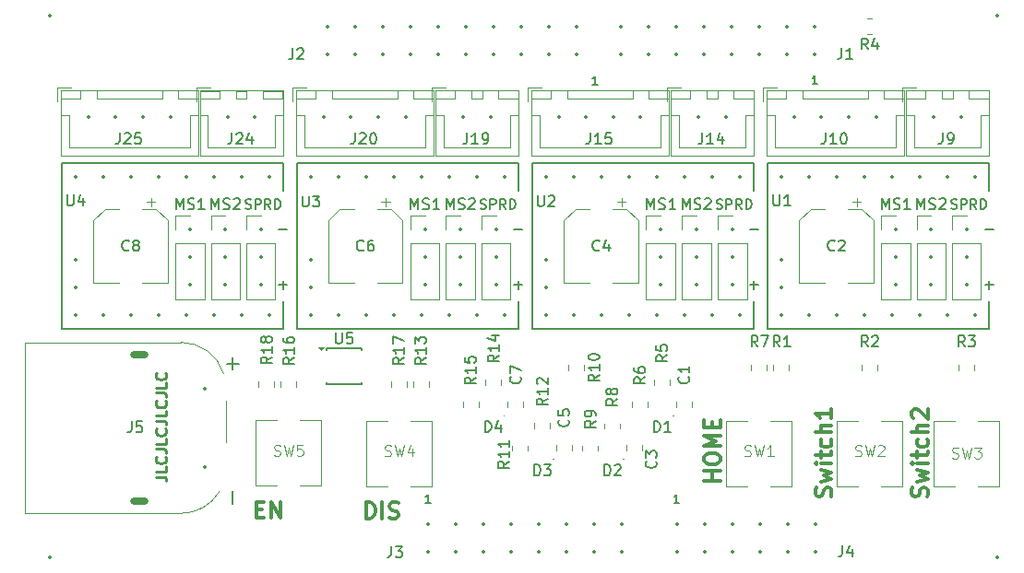
<source format=gbr>
%TF.GenerationSoftware,KiCad,Pcbnew,8.0.1*%
%TF.CreationDate,2024-04-25T12:31:50+02:00*%
%TF.ProjectId,Schrittmotortreiber_Traegerboard,53636872-6974-4746-9d6f-746f72747265,rev?*%
%TF.SameCoordinates,Original*%
%TF.FileFunction,Legend,Top*%
%TF.FilePolarity,Positive*%
%FSLAX46Y46*%
G04 Gerber Fmt 4.6, Leading zero omitted, Abs format (unit mm)*
G04 Created by KiCad (PCBNEW 8.0.1) date 2024-04-25 12:31:50*
%MOMM*%
%LPD*%
G01*
G04 APERTURE LIST*
%ADD10C,0.300000*%
%ADD11C,0.250000*%
%ADD12C,0.150000*%
%ADD13C,0.206375*%
%ADD14C,0.100000*%
%ADD15C,0.120000*%
%ADD16C,0.127000*%
%ADD17C,0.350000*%
%ADD18O,1.700000X0.600000*%
G04 APERTURE END LIST*
D10*
X148848028Y-112983489D02*
X147348028Y-112983489D01*
X148062314Y-112983489D02*
X148062314Y-112126346D01*
X148848028Y-112126346D02*
X147348028Y-112126346D01*
X147348028Y-111126345D02*
X147348028Y-110840631D01*
X147348028Y-110840631D02*
X147419457Y-110697774D01*
X147419457Y-110697774D02*
X147562314Y-110554917D01*
X147562314Y-110554917D02*
X147848028Y-110483488D01*
X147848028Y-110483488D02*
X148348028Y-110483488D01*
X148348028Y-110483488D02*
X148633742Y-110554917D01*
X148633742Y-110554917D02*
X148776600Y-110697774D01*
X148776600Y-110697774D02*
X148848028Y-110840631D01*
X148848028Y-110840631D02*
X148848028Y-111126345D01*
X148848028Y-111126345D02*
X148776600Y-111269203D01*
X148776600Y-111269203D02*
X148633742Y-111412060D01*
X148633742Y-111412060D02*
X148348028Y-111483488D01*
X148348028Y-111483488D02*
X147848028Y-111483488D01*
X147848028Y-111483488D02*
X147562314Y-111412060D01*
X147562314Y-111412060D02*
X147419457Y-111269203D01*
X147419457Y-111269203D02*
X147348028Y-111126345D01*
X148848028Y-109840631D02*
X147348028Y-109840631D01*
X147348028Y-109840631D02*
X148419457Y-109340631D01*
X148419457Y-109340631D02*
X147348028Y-108840631D01*
X147348028Y-108840631D02*
X148848028Y-108840631D01*
X148062314Y-108126345D02*
X148062314Y-107626345D01*
X148848028Y-107412059D02*
X148848028Y-108126345D01*
X148848028Y-108126345D02*
X147348028Y-108126345D01*
X147348028Y-108126345D02*
X147348028Y-107412059D01*
X106269310Y-115651914D02*
X106769310Y-115651914D01*
X106983596Y-116437628D02*
X106269310Y-116437628D01*
X106269310Y-116437628D02*
X106269310Y-114937628D01*
X106269310Y-114937628D02*
X106983596Y-114937628D01*
X107626453Y-116437628D02*
X107626453Y-114937628D01*
X107626453Y-114937628D02*
X108483596Y-116437628D01*
X108483596Y-116437628D02*
X108483596Y-114937628D01*
D11*
X97010219Y-112646517D02*
X97724504Y-112646517D01*
X97724504Y-112646517D02*
X97867361Y-112694136D01*
X97867361Y-112694136D02*
X97962600Y-112789374D01*
X97962600Y-112789374D02*
X98010219Y-112932231D01*
X98010219Y-112932231D02*
X98010219Y-113027469D01*
X98010219Y-111694136D02*
X98010219Y-112170326D01*
X98010219Y-112170326D02*
X97010219Y-112170326D01*
X97914980Y-110789374D02*
X97962600Y-110836993D01*
X97962600Y-110836993D02*
X98010219Y-110979850D01*
X98010219Y-110979850D02*
X98010219Y-111075088D01*
X98010219Y-111075088D02*
X97962600Y-111217945D01*
X97962600Y-111217945D02*
X97867361Y-111313183D01*
X97867361Y-111313183D02*
X97772123Y-111360802D01*
X97772123Y-111360802D02*
X97581647Y-111408421D01*
X97581647Y-111408421D02*
X97438790Y-111408421D01*
X97438790Y-111408421D02*
X97248314Y-111360802D01*
X97248314Y-111360802D02*
X97153076Y-111313183D01*
X97153076Y-111313183D02*
X97057838Y-111217945D01*
X97057838Y-111217945D02*
X97010219Y-111075088D01*
X97010219Y-111075088D02*
X97010219Y-110979850D01*
X97010219Y-110979850D02*
X97057838Y-110836993D01*
X97057838Y-110836993D02*
X97105457Y-110789374D01*
X97010219Y-110075088D02*
X97724504Y-110075088D01*
X97724504Y-110075088D02*
X97867361Y-110122707D01*
X97867361Y-110122707D02*
X97962600Y-110217945D01*
X97962600Y-110217945D02*
X98010219Y-110360802D01*
X98010219Y-110360802D02*
X98010219Y-110456040D01*
X98010219Y-109122707D02*
X98010219Y-109598897D01*
X98010219Y-109598897D02*
X97010219Y-109598897D01*
X97914980Y-108217945D02*
X97962600Y-108265564D01*
X97962600Y-108265564D02*
X98010219Y-108408421D01*
X98010219Y-108408421D02*
X98010219Y-108503659D01*
X98010219Y-108503659D02*
X97962600Y-108646516D01*
X97962600Y-108646516D02*
X97867361Y-108741754D01*
X97867361Y-108741754D02*
X97772123Y-108789373D01*
X97772123Y-108789373D02*
X97581647Y-108836992D01*
X97581647Y-108836992D02*
X97438790Y-108836992D01*
X97438790Y-108836992D02*
X97248314Y-108789373D01*
X97248314Y-108789373D02*
X97153076Y-108741754D01*
X97153076Y-108741754D02*
X97057838Y-108646516D01*
X97057838Y-108646516D02*
X97010219Y-108503659D01*
X97010219Y-108503659D02*
X97010219Y-108408421D01*
X97010219Y-108408421D02*
X97057838Y-108265564D01*
X97057838Y-108265564D02*
X97105457Y-108217945D01*
X97010219Y-107503659D02*
X97724504Y-107503659D01*
X97724504Y-107503659D02*
X97867361Y-107551278D01*
X97867361Y-107551278D02*
X97962600Y-107646516D01*
X97962600Y-107646516D02*
X98010219Y-107789373D01*
X98010219Y-107789373D02*
X98010219Y-107884611D01*
X98010219Y-106551278D02*
X98010219Y-107027468D01*
X98010219Y-107027468D02*
X97010219Y-107027468D01*
X97914980Y-105646516D02*
X97962600Y-105694135D01*
X97962600Y-105694135D02*
X98010219Y-105836992D01*
X98010219Y-105836992D02*
X98010219Y-105932230D01*
X98010219Y-105932230D02*
X97962600Y-106075087D01*
X97962600Y-106075087D02*
X97867361Y-106170325D01*
X97867361Y-106170325D02*
X97772123Y-106217944D01*
X97772123Y-106217944D02*
X97581647Y-106265563D01*
X97581647Y-106265563D02*
X97438790Y-106265563D01*
X97438790Y-106265563D02*
X97248314Y-106217944D01*
X97248314Y-106217944D02*
X97153076Y-106170325D01*
X97153076Y-106170325D02*
X97057838Y-106075087D01*
X97057838Y-106075087D02*
X97010219Y-105932230D01*
X97010219Y-105932230D02*
X97010219Y-105836992D01*
X97010219Y-105836992D02*
X97057838Y-105694135D01*
X97057838Y-105694135D02*
X97105457Y-105646516D01*
X97010219Y-104932230D02*
X97724504Y-104932230D01*
X97724504Y-104932230D02*
X97867361Y-104979849D01*
X97867361Y-104979849D02*
X97962600Y-105075087D01*
X97962600Y-105075087D02*
X98010219Y-105217944D01*
X98010219Y-105217944D02*
X98010219Y-105313182D01*
X98010219Y-103979849D02*
X98010219Y-104456039D01*
X98010219Y-104456039D02*
X97010219Y-104456039D01*
X97914980Y-103075087D02*
X97962600Y-103122706D01*
X97962600Y-103122706D02*
X98010219Y-103265563D01*
X98010219Y-103265563D02*
X98010219Y-103360801D01*
X98010219Y-103360801D02*
X97962600Y-103503658D01*
X97962600Y-103503658D02*
X97867361Y-103598896D01*
X97867361Y-103598896D02*
X97772123Y-103646515D01*
X97772123Y-103646515D02*
X97581647Y-103694134D01*
X97581647Y-103694134D02*
X97438790Y-103694134D01*
X97438790Y-103694134D02*
X97248314Y-103646515D01*
X97248314Y-103646515D02*
X97153076Y-103598896D01*
X97153076Y-103598896D02*
X97057838Y-103503658D01*
X97057838Y-103503658D02*
X97010219Y-103360801D01*
X97010219Y-103360801D02*
X97010219Y-103265563D01*
X97010219Y-103265563D02*
X97057838Y-103122706D01*
X97057838Y-103122706D02*
X97105457Y-103075087D01*
D10*
X158987400Y-114477317D02*
X159058828Y-114263032D01*
X159058828Y-114263032D02*
X159058828Y-113905889D01*
X159058828Y-113905889D02*
X158987400Y-113763032D01*
X158987400Y-113763032D02*
X158915971Y-113691603D01*
X158915971Y-113691603D02*
X158773114Y-113620174D01*
X158773114Y-113620174D02*
X158630257Y-113620174D01*
X158630257Y-113620174D02*
X158487400Y-113691603D01*
X158487400Y-113691603D02*
X158415971Y-113763032D01*
X158415971Y-113763032D02*
X158344542Y-113905889D01*
X158344542Y-113905889D02*
X158273114Y-114191603D01*
X158273114Y-114191603D02*
X158201685Y-114334460D01*
X158201685Y-114334460D02*
X158130257Y-114405889D01*
X158130257Y-114405889D02*
X157987400Y-114477317D01*
X157987400Y-114477317D02*
X157844542Y-114477317D01*
X157844542Y-114477317D02*
X157701685Y-114405889D01*
X157701685Y-114405889D02*
X157630257Y-114334460D01*
X157630257Y-114334460D02*
X157558828Y-114191603D01*
X157558828Y-114191603D02*
X157558828Y-113834460D01*
X157558828Y-113834460D02*
X157630257Y-113620174D01*
X158058828Y-113120175D02*
X159058828Y-112834461D01*
X159058828Y-112834461D02*
X158344542Y-112548746D01*
X158344542Y-112548746D02*
X159058828Y-112263032D01*
X159058828Y-112263032D02*
X158058828Y-111977318D01*
X159058828Y-111405889D02*
X158058828Y-111405889D01*
X157558828Y-111405889D02*
X157630257Y-111477317D01*
X157630257Y-111477317D02*
X157701685Y-111405889D01*
X157701685Y-111405889D02*
X157630257Y-111334460D01*
X157630257Y-111334460D02*
X157558828Y-111405889D01*
X157558828Y-111405889D02*
X157701685Y-111405889D01*
X158058828Y-110905888D02*
X158058828Y-110334460D01*
X157558828Y-110691603D02*
X158844542Y-110691603D01*
X158844542Y-110691603D02*
X158987400Y-110620174D01*
X158987400Y-110620174D02*
X159058828Y-110477317D01*
X159058828Y-110477317D02*
X159058828Y-110334460D01*
X158987400Y-109191603D02*
X159058828Y-109334460D01*
X159058828Y-109334460D02*
X159058828Y-109620174D01*
X159058828Y-109620174D02*
X158987400Y-109763031D01*
X158987400Y-109763031D02*
X158915971Y-109834460D01*
X158915971Y-109834460D02*
X158773114Y-109905888D01*
X158773114Y-109905888D02*
X158344542Y-109905888D01*
X158344542Y-109905888D02*
X158201685Y-109834460D01*
X158201685Y-109834460D02*
X158130257Y-109763031D01*
X158130257Y-109763031D02*
X158058828Y-109620174D01*
X158058828Y-109620174D02*
X158058828Y-109334460D01*
X158058828Y-109334460D02*
X158130257Y-109191603D01*
X159058828Y-108548746D02*
X157558828Y-108548746D01*
X159058828Y-107905889D02*
X158273114Y-107905889D01*
X158273114Y-107905889D02*
X158130257Y-107977317D01*
X158130257Y-107977317D02*
X158058828Y-108120174D01*
X158058828Y-108120174D02*
X158058828Y-108334460D01*
X158058828Y-108334460D02*
X158130257Y-108477317D01*
X158130257Y-108477317D02*
X158201685Y-108548746D01*
X159058828Y-106405888D02*
X159058828Y-107263031D01*
X159058828Y-106834460D02*
X157558828Y-106834460D01*
X157558828Y-106834460D02*
X157773114Y-106977317D01*
X157773114Y-106977317D02*
X157915971Y-107120174D01*
X157915971Y-107120174D02*
X157987400Y-107263031D01*
D12*
X105273407Y-87977472D02*
X105401750Y-88020252D01*
X105401750Y-88020252D02*
X105615655Y-88020252D01*
X105615655Y-88020252D02*
X105701217Y-87977472D01*
X105701217Y-87977472D02*
X105743998Y-87934691D01*
X105743998Y-87934691D02*
X105786779Y-87849129D01*
X105786779Y-87849129D02*
X105786779Y-87763567D01*
X105786779Y-87763567D02*
X105743998Y-87678005D01*
X105743998Y-87678005D02*
X105701217Y-87635224D01*
X105701217Y-87635224D02*
X105615655Y-87592443D01*
X105615655Y-87592443D02*
X105444531Y-87549662D01*
X105444531Y-87549662D02*
X105358969Y-87506881D01*
X105358969Y-87506881D02*
X105316188Y-87464100D01*
X105316188Y-87464100D02*
X105273407Y-87378538D01*
X105273407Y-87378538D02*
X105273407Y-87292976D01*
X105273407Y-87292976D02*
X105316188Y-87207414D01*
X105316188Y-87207414D02*
X105358969Y-87164633D01*
X105358969Y-87164633D02*
X105444531Y-87121852D01*
X105444531Y-87121852D02*
X105658436Y-87121852D01*
X105658436Y-87121852D02*
X105786779Y-87164633D01*
X106171807Y-88020252D02*
X106171807Y-87121852D01*
X106171807Y-87121852D02*
X106514055Y-87121852D01*
X106514055Y-87121852D02*
X106599617Y-87164633D01*
X106599617Y-87164633D02*
X106642398Y-87207414D01*
X106642398Y-87207414D02*
X106685179Y-87292976D01*
X106685179Y-87292976D02*
X106685179Y-87421319D01*
X106685179Y-87421319D02*
X106642398Y-87506881D01*
X106642398Y-87506881D02*
X106599617Y-87549662D01*
X106599617Y-87549662D02*
X106514055Y-87592443D01*
X106514055Y-87592443D02*
X106171807Y-87592443D01*
X107583579Y-88020252D02*
X107284112Y-87592443D01*
X107070207Y-88020252D02*
X107070207Y-87121852D01*
X107070207Y-87121852D02*
X107412455Y-87121852D01*
X107412455Y-87121852D02*
X107498017Y-87164633D01*
X107498017Y-87164633D02*
X107540798Y-87207414D01*
X107540798Y-87207414D02*
X107583579Y-87292976D01*
X107583579Y-87292976D02*
X107583579Y-87421319D01*
X107583579Y-87421319D02*
X107540798Y-87506881D01*
X107540798Y-87506881D02*
X107498017Y-87549662D01*
X107498017Y-87549662D02*
X107412455Y-87592443D01*
X107412455Y-87592443D02*
X107070207Y-87592443D01*
X107968607Y-88020252D02*
X107968607Y-87121852D01*
X107968607Y-87121852D02*
X108182512Y-87121852D01*
X108182512Y-87121852D02*
X108310855Y-87164633D01*
X108310855Y-87164633D02*
X108396417Y-87250195D01*
X108396417Y-87250195D02*
X108439198Y-87335757D01*
X108439198Y-87335757D02*
X108481979Y-87506881D01*
X108481979Y-87506881D02*
X108481979Y-87635224D01*
X108481979Y-87635224D02*
X108439198Y-87806348D01*
X108439198Y-87806348D02*
X108396417Y-87891910D01*
X108396417Y-87891910D02*
X108310855Y-87977472D01*
X108310855Y-87977472D02*
X108182512Y-88020252D01*
X108182512Y-88020252D02*
X107968607Y-88020252D01*
X145370779Y-88058619D02*
X145370779Y-87058619D01*
X145370779Y-87058619D02*
X145704112Y-87772904D01*
X145704112Y-87772904D02*
X146037445Y-87058619D01*
X146037445Y-87058619D02*
X146037445Y-88058619D01*
X146466017Y-88011000D02*
X146608874Y-88058619D01*
X146608874Y-88058619D02*
X146846969Y-88058619D01*
X146846969Y-88058619D02*
X146942207Y-88011000D01*
X146942207Y-88011000D02*
X146989826Y-87963380D01*
X146989826Y-87963380D02*
X147037445Y-87868142D01*
X147037445Y-87868142D02*
X147037445Y-87772904D01*
X147037445Y-87772904D02*
X146989826Y-87677666D01*
X146989826Y-87677666D02*
X146942207Y-87630047D01*
X146942207Y-87630047D02*
X146846969Y-87582428D01*
X146846969Y-87582428D02*
X146656493Y-87534809D01*
X146656493Y-87534809D02*
X146561255Y-87487190D01*
X146561255Y-87487190D02*
X146513636Y-87439571D01*
X146513636Y-87439571D02*
X146466017Y-87344333D01*
X146466017Y-87344333D02*
X146466017Y-87249095D01*
X146466017Y-87249095D02*
X146513636Y-87153857D01*
X146513636Y-87153857D02*
X146561255Y-87106238D01*
X146561255Y-87106238D02*
X146656493Y-87058619D01*
X146656493Y-87058619D02*
X146894588Y-87058619D01*
X146894588Y-87058619D02*
X147037445Y-87106238D01*
X147418398Y-87153857D02*
X147466017Y-87106238D01*
X147466017Y-87106238D02*
X147561255Y-87058619D01*
X147561255Y-87058619D02*
X147799350Y-87058619D01*
X147799350Y-87058619D02*
X147894588Y-87106238D01*
X147894588Y-87106238D02*
X147942207Y-87153857D01*
X147942207Y-87153857D02*
X147989826Y-87249095D01*
X147989826Y-87249095D02*
X147989826Y-87344333D01*
X147989826Y-87344333D02*
X147942207Y-87487190D01*
X147942207Y-87487190D02*
X147370779Y-88058619D01*
X147370779Y-88058619D02*
X147989826Y-88058619D01*
X126838007Y-87977472D02*
X126966350Y-88020252D01*
X126966350Y-88020252D02*
X127180255Y-88020252D01*
X127180255Y-88020252D02*
X127265817Y-87977472D01*
X127265817Y-87977472D02*
X127308598Y-87934691D01*
X127308598Y-87934691D02*
X127351379Y-87849129D01*
X127351379Y-87849129D02*
X127351379Y-87763567D01*
X127351379Y-87763567D02*
X127308598Y-87678005D01*
X127308598Y-87678005D02*
X127265817Y-87635224D01*
X127265817Y-87635224D02*
X127180255Y-87592443D01*
X127180255Y-87592443D02*
X127009131Y-87549662D01*
X127009131Y-87549662D02*
X126923569Y-87506881D01*
X126923569Y-87506881D02*
X126880788Y-87464100D01*
X126880788Y-87464100D02*
X126838007Y-87378538D01*
X126838007Y-87378538D02*
X126838007Y-87292976D01*
X126838007Y-87292976D02*
X126880788Y-87207414D01*
X126880788Y-87207414D02*
X126923569Y-87164633D01*
X126923569Y-87164633D02*
X127009131Y-87121852D01*
X127009131Y-87121852D02*
X127223036Y-87121852D01*
X127223036Y-87121852D02*
X127351379Y-87164633D01*
X127736407Y-88020252D02*
X127736407Y-87121852D01*
X127736407Y-87121852D02*
X128078655Y-87121852D01*
X128078655Y-87121852D02*
X128164217Y-87164633D01*
X128164217Y-87164633D02*
X128206998Y-87207414D01*
X128206998Y-87207414D02*
X128249779Y-87292976D01*
X128249779Y-87292976D02*
X128249779Y-87421319D01*
X128249779Y-87421319D02*
X128206998Y-87506881D01*
X128206998Y-87506881D02*
X128164217Y-87549662D01*
X128164217Y-87549662D02*
X128078655Y-87592443D01*
X128078655Y-87592443D02*
X127736407Y-87592443D01*
X129148179Y-88020252D02*
X128848712Y-87592443D01*
X128634807Y-88020252D02*
X128634807Y-87121852D01*
X128634807Y-87121852D02*
X128977055Y-87121852D01*
X128977055Y-87121852D02*
X129062617Y-87164633D01*
X129062617Y-87164633D02*
X129105398Y-87207414D01*
X129105398Y-87207414D02*
X129148179Y-87292976D01*
X129148179Y-87292976D02*
X129148179Y-87421319D01*
X129148179Y-87421319D02*
X129105398Y-87506881D01*
X129105398Y-87506881D02*
X129062617Y-87549662D01*
X129062617Y-87549662D02*
X128977055Y-87592443D01*
X128977055Y-87592443D02*
X128634807Y-87592443D01*
X129533207Y-88020252D02*
X129533207Y-87121852D01*
X129533207Y-87121852D02*
X129747112Y-87121852D01*
X129747112Y-87121852D02*
X129875455Y-87164633D01*
X129875455Y-87164633D02*
X129961017Y-87250195D01*
X129961017Y-87250195D02*
X130003798Y-87335757D01*
X130003798Y-87335757D02*
X130046579Y-87506881D01*
X130046579Y-87506881D02*
X130046579Y-87635224D01*
X130046579Y-87635224D02*
X130003798Y-87806348D01*
X130003798Y-87806348D02*
X129961017Y-87891910D01*
X129961017Y-87891910D02*
X129875455Y-87977472D01*
X129875455Y-87977472D02*
X129747112Y-88020252D01*
X129747112Y-88020252D02*
X129533207Y-88020252D01*
X108337579Y-94992866D02*
X109099484Y-94992866D01*
X108718531Y-95373819D02*
X108718531Y-94611914D01*
X102139979Y-88058619D02*
X102139979Y-87058619D01*
X102139979Y-87058619D02*
X102473312Y-87772904D01*
X102473312Y-87772904D02*
X102806645Y-87058619D01*
X102806645Y-87058619D02*
X102806645Y-88058619D01*
X103235217Y-88011000D02*
X103378074Y-88058619D01*
X103378074Y-88058619D02*
X103616169Y-88058619D01*
X103616169Y-88058619D02*
X103711407Y-88011000D01*
X103711407Y-88011000D02*
X103759026Y-87963380D01*
X103759026Y-87963380D02*
X103806645Y-87868142D01*
X103806645Y-87868142D02*
X103806645Y-87772904D01*
X103806645Y-87772904D02*
X103759026Y-87677666D01*
X103759026Y-87677666D02*
X103711407Y-87630047D01*
X103711407Y-87630047D02*
X103616169Y-87582428D01*
X103616169Y-87582428D02*
X103425693Y-87534809D01*
X103425693Y-87534809D02*
X103330455Y-87487190D01*
X103330455Y-87487190D02*
X103282836Y-87439571D01*
X103282836Y-87439571D02*
X103235217Y-87344333D01*
X103235217Y-87344333D02*
X103235217Y-87249095D01*
X103235217Y-87249095D02*
X103282836Y-87153857D01*
X103282836Y-87153857D02*
X103330455Y-87106238D01*
X103330455Y-87106238D02*
X103425693Y-87058619D01*
X103425693Y-87058619D02*
X103663788Y-87058619D01*
X103663788Y-87058619D02*
X103806645Y-87106238D01*
X104187598Y-87153857D02*
X104235217Y-87106238D01*
X104235217Y-87106238D02*
X104330455Y-87058619D01*
X104330455Y-87058619D02*
X104568550Y-87058619D01*
X104568550Y-87058619D02*
X104663788Y-87106238D01*
X104663788Y-87106238D02*
X104711407Y-87153857D01*
X104711407Y-87153857D02*
X104759026Y-87249095D01*
X104759026Y-87249095D02*
X104759026Y-87344333D01*
X104759026Y-87344333D02*
X104711407Y-87487190D01*
X104711407Y-87487190D02*
X104139979Y-88058619D01*
X104139979Y-88058619D02*
X104759026Y-88058619D01*
D13*
X157766657Y-76571160D02*
X157294943Y-76571160D01*
X157530800Y-76571160D02*
X157530800Y-75745660D01*
X157530800Y-75745660D02*
X157452181Y-75863589D01*
X157452181Y-75863589D02*
X157373562Y-75942208D01*
X157373562Y-75942208D02*
X157294943Y-75981517D01*
D10*
X167826600Y-114477317D02*
X167898028Y-114263032D01*
X167898028Y-114263032D02*
X167898028Y-113905889D01*
X167898028Y-113905889D02*
X167826600Y-113763032D01*
X167826600Y-113763032D02*
X167755171Y-113691603D01*
X167755171Y-113691603D02*
X167612314Y-113620174D01*
X167612314Y-113620174D02*
X167469457Y-113620174D01*
X167469457Y-113620174D02*
X167326600Y-113691603D01*
X167326600Y-113691603D02*
X167255171Y-113763032D01*
X167255171Y-113763032D02*
X167183742Y-113905889D01*
X167183742Y-113905889D02*
X167112314Y-114191603D01*
X167112314Y-114191603D02*
X167040885Y-114334460D01*
X167040885Y-114334460D02*
X166969457Y-114405889D01*
X166969457Y-114405889D02*
X166826600Y-114477317D01*
X166826600Y-114477317D02*
X166683742Y-114477317D01*
X166683742Y-114477317D02*
X166540885Y-114405889D01*
X166540885Y-114405889D02*
X166469457Y-114334460D01*
X166469457Y-114334460D02*
X166398028Y-114191603D01*
X166398028Y-114191603D02*
X166398028Y-113834460D01*
X166398028Y-113834460D02*
X166469457Y-113620174D01*
X166898028Y-113120175D02*
X167898028Y-112834461D01*
X167898028Y-112834461D02*
X167183742Y-112548746D01*
X167183742Y-112548746D02*
X167898028Y-112263032D01*
X167898028Y-112263032D02*
X166898028Y-111977318D01*
X167898028Y-111405889D02*
X166898028Y-111405889D01*
X166398028Y-111405889D02*
X166469457Y-111477317D01*
X166469457Y-111477317D02*
X166540885Y-111405889D01*
X166540885Y-111405889D02*
X166469457Y-111334460D01*
X166469457Y-111334460D02*
X166398028Y-111405889D01*
X166398028Y-111405889D02*
X166540885Y-111405889D01*
X166898028Y-110905888D02*
X166898028Y-110334460D01*
X166398028Y-110691603D02*
X167683742Y-110691603D01*
X167683742Y-110691603D02*
X167826600Y-110620174D01*
X167826600Y-110620174D02*
X167898028Y-110477317D01*
X167898028Y-110477317D02*
X167898028Y-110334460D01*
X167826600Y-109191603D02*
X167898028Y-109334460D01*
X167898028Y-109334460D02*
X167898028Y-109620174D01*
X167898028Y-109620174D02*
X167826600Y-109763031D01*
X167826600Y-109763031D02*
X167755171Y-109834460D01*
X167755171Y-109834460D02*
X167612314Y-109905888D01*
X167612314Y-109905888D02*
X167183742Y-109905888D01*
X167183742Y-109905888D02*
X167040885Y-109834460D01*
X167040885Y-109834460D02*
X166969457Y-109763031D01*
X166969457Y-109763031D02*
X166898028Y-109620174D01*
X166898028Y-109620174D02*
X166898028Y-109334460D01*
X166898028Y-109334460D02*
X166969457Y-109191603D01*
X167898028Y-108548746D02*
X166398028Y-108548746D01*
X167898028Y-107905889D02*
X167112314Y-107905889D01*
X167112314Y-107905889D02*
X166969457Y-107977317D01*
X166969457Y-107977317D02*
X166898028Y-108120174D01*
X166898028Y-108120174D02*
X166898028Y-108334460D01*
X166898028Y-108334460D02*
X166969457Y-108477317D01*
X166969457Y-108477317D02*
X167040885Y-108548746D01*
X166540885Y-107263031D02*
X166469457Y-107191603D01*
X166469457Y-107191603D02*
X166398028Y-107048746D01*
X166398028Y-107048746D02*
X166398028Y-106691603D01*
X166398028Y-106691603D02*
X166469457Y-106548746D01*
X166469457Y-106548746D02*
X166540885Y-106477317D01*
X166540885Y-106477317D02*
X166683742Y-106405888D01*
X166683742Y-106405888D02*
X166826600Y-106405888D01*
X166826600Y-106405888D02*
X167040885Y-106477317D01*
X167040885Y-106477317D02*
X167898028Y-107334460D01*
X167898028Y-107334460D02*
X167898028Y-106405888D01*
D12*
X142119579Y-88058619D02*
X142119579Y-87058619D01*
X142119579Y-87058619D02*
X142452912Y-87772904D01*
X142452912Y-87772904D02*
X142786245Y-87058619D01*
X142786245Y-87058619D02*
X142786245Y-88058619D01*
X143214817Y-88011000D02*
X143357674Y-88058619D01*
X143357674Y-88058619D02*
X143595769Y-88058619D01*
X143595769Y-88058619D02*
X143691007Y-88011000D01*
X143691007Y-88011000D02*
X143738626Y-87963380D01*
X143738626Y-87963380D02*
X143786245Y-87868142D01*
X143786245Y-87868142D02*
X143786245Y-87772904D01*
X143786245Y-87772904D02*
X143738626Y-87677666D01*
X143738626Y-87677666D02*
X143691007Y-87630047D01*
X143691007Y-87630047D02*
X143595769Y-87582428D01*
X143595769Y-87582428D02*
X143405293Y-87534809D01*
X143405293Y-87534809D02*
X143310055Y-87487190D01*
X143310055Y-87487190D02*
X143262436Y-87439571D01*
X143262436Y-87439571D02*
X143214817Y-87344333D01*
X143214817Y-87344333D02*
X143214817Y-87249095D01*
X143214817Y-87249095D02*
X143262436Y-87153857D01*
X143262436Y-87153857D02*
X143310055Y-87106238D01*
X143310055Y-87106238D02*
X143405293Y-87058619D01*
X143405293Y-87058619D02*
X143643388Y-87058619D01*
X143643388Y-87058619D02*
X143786245Y-87106238D01*
X144738626Y-88058619D02*
X144167198Y-88058619D01*
X144452912Y-88058619D02*
X144452912Y-87058619D01*
X144452912Y-87058619D02*
X144357674Y-87201476D01*
X144357674Y-87201476D02*
X144262436Y-87296714D01*
X144262436Y-87296714D02*
X144167198Y-87344333D01*
X166909979Y-88058619D02*
X166909979Y-87058619D01*
X166909979Y-87058619D02*
X167243312Y-87772904D01*
X167243312Y-87772904D02*
X167576645Y-87058619D01*
X167576645Y-87058619D02*
X167576645Y-88058619D01*
X168005217Y-88011000D02*
X168148074Y-88058619D01*
X168148074Y-88058619D02*
X168386169Y-88058619D01*
X168386169Y-88058619D02*
X168481407Y-88011000D01*
X168481407Y-88011000D02*
X168529026Y-87963380D01*
X168529026Y-87963380D02*
X168576645Y-87868142D01*
X168576645Y-87868142D02*
X168576645Y-87772904D01*
X168576645Y-87772904D02*
X168529026Y-87677666D01*
X168529026Y-87677666D02*
X168481407Y-87630047D01*
X168481407Y-87630047D02*
X168386169Y-87582428D01*
X168386169Y-87582428D02*
X168195693Y-87534809D01*
X168195693Y-87534809D02*
X168100455Y-87487190D01*
X168100455Y-87487190D02*
X168052836Y-87439571D01*
X168052836Y-87439571D02*
X168005217Y-87344333D01*
X168005217Y-87344333D02*
X168005217Y-87249095D01*
X168005217Y-87249095D02*
X168052836Y-87153857D01*
X168052836Y-87153857D02*
X168100455Y-87106238D01*
X168100455Y-87106238D02*
X168195693Y-87058619D01*
X168195693Y-87058619D02*
X168433788Y-87058619D01*
X168433788Y-87058619D02*
X168576645Y-87106238D01*
X168957598Y-87153857D02*
X169005217Y-87106238D01*
X169005217Y-87106238D02*
X169100455Y-87058619D01*
X169100455Y-87058619D02*
X169338550Y-87058619D01*
X169338550Y-87058619D02*
X169433788Y-87106238D01*
X169433788Y-87106238D02*
X169481407Y-87153857D01*
X169481407Y-87153857D02*
X169529026Y-87249095D01*
X169529026Y-87249095D02*
X169529026Y-87344333D01*
X169529026Y-87344333D02*
X169481407Y-87487190D01*
X169481407Y-87487190D02*
X168909979Y-88058619D01*
X168909979Y-88058619D02*
X169529026Y-88058619D01*
X98888779Y-88058619D02*
X98888779Y-87058619D01*
X98888779Y-87058619D02*
X99222112Y-87772904D01*
X99222112Y-87772904D02*
X99555445Y-87058619D01*
X99555445Y-87058619D02*
X99555445Y-88058619D01*
X99984017Y-88011000D02*
X100126874Y-88058619D01*
X100126874Y-88058619D02*
X100364969Y-88058619D01*
X100364969Y-88058619D02*
X100460207Y-88011000D01*
X100460207Y-88011000D02*
X100507826Y-87963380D01*
X100507826Y-87963380D02*
X100555445Y-87868142D01*
X100555445Y-87868142D02*
X100555445Y-87772904D01*
X100555445Y-87772904D02*
X100507826Y-87677666D01*
X100507826Y-87677666D02*
X100460207Y-87630047D01*
X100460207Y-87630047D02*
X100364969Y-87582428D01*
X100364969Y-87582428D02*
X100174493Y-87534809D01*
X100174493Y-87534809D02*
X100079255Y-87487190D01*
X100079255Y-87487190D02*
X100031636Y-87439571D01*
X100031636Y-87439571D02*
X99984017Y-87344333D01*
X99984017Y-87344333D02*
X99984017Y-87249095D01*
X99984017Y-87249095D02*
X100031636Y-87153857D01*
X100031636Y-87153857D02*
X100079255Y-87106238D01*
X100079255Y-87106238D02*
X100174493Y-87058619D01*
X100174493Y-87058619D02*
X100412588Y-87058619D01*
X100412588Y-87058619D02*
X100555445Y-87106238D01*
X101507826Y-88058619D02*
X100936398Y-88058619D01*
X101222112Y-88058619D02*
X101222112Y-87058619D01*
X101222112Y-87058619D02*
X101126874Y-87201476D01*
X101126874Y-87201476D02*
X101031636Y-87296714D01*
X101031636Y-87296714D02*
X100936398Y-87344333D01*
X173132979Y-94992866D02*
X173894884Y-94992866D01*
X173513931Y-95373819D02*
X173513931Y-94611914D01*
X129927579Y-89912866D02*
X130689484Y-89912866D01*
X148504207Y-87977472D02*
X148632550Y-88020252D01*
X148632550Y-88020252D02*
X148846455Y-88020252D01*
X148846455Y-88020252D02*
X148932017Y-87977472D01*
X148932017Y-87977472D02*
X148974798Y-87934691D01*
X148974798Y-87934691D02*
X149017579Y-87849129D01*
X149017579Y-87849129D02*
X149017579Y-87763567D01*
X149017579Y-87763567D02*
X148974798Y-87678005D01*
X148974798Y-87678005D02*
X148932017Y-87635224D01*
X148932017Y-87635224D02*
X148846455Y-87592443D01*
X148846455Y-87592443D02*
X148675331Y-87549662D01*
X148675331Y-87549662D02*
X148589769Y-87506881D01*
X148589769Y-87506881D02*
X148546988Y-87464100D01*
X148546988Y-87464100D02*
X148504207Y-87378538D01*
X148504207Y-87378538D02*
X148504207Y-87292976D01*
X148504207Y-87292976D02*
X148546988Y-87207414D01*
X148546988Y-87207414D02*
X148589769Y-87164633D01*
X148589769Y-87164633D02*
X148675331Y-87121852D01*
X148675331Y-87121852D02*
X148889236Y-87121852D01*
X148889236Y-87121852D02*
X149017579Y-87164633D01*
X149402607Y-88020252D02*
X149402607Y-87121852D01*
X149402607Y-87121852D02*
X149744855Y-87121852D01*
X149744855Y-87121852D02*
X149830417Y-87164633D01*
X149830417Y-87164633D02*
X149873198Y-87207414D01*
X149873198Y-87207414D02*
X149915979Y-87292976D01*
X149915979Y-87292976D02*
X149915979Y-87421319D01*
X149915979Y-87421319D02*
X149873198Y-87506881D01*
X149873198Y-87506881D02*
X149830417Y-87549662D01*
X149830417Y-87549662D02*
X149744855Y-87592443D01*
X149744855Y-87592443D02*
X149402607Y-87592443D01*
X150814379Y-88020252D02*
X150514912Y-87592443D01*
X150301007Y-88020252D02*
X150301007Y-87121852D01*
X150301007Y-87121852D02*
X150643255Y-87121852D01*
X150643255Y-87121852D02*
X150728817Y-87164633D01*
X150728817Y-87164633D02*
X150771598Y-87207414D01*
X150771598Y-87207414D02*
X150814379Y-87292976D01*
X150814379Y-87292976D02*
X150814379Y-87421319D01*
X150814379Y-87421319D02*
X150771598Y-87506881D01*
X150771598Y-87506881D02*
X150728817Y-87549662D01*
X150728817Y-87549662D02*
X150643255Y-87592443D01*
X150643255Y-87592443D02*
X150301007Y-87592443D01*
X151199407Y-88020252D02*
X151199407Y-87121852D01*
X151199407Y-87121852D02*
X151413312Y-87121852D01*
X151413312Y-87121852D02*
X151541655Y-87164633D01*
X151541655Y-87164633D02*
X151627217Y-87250195D01*
X151627217Y-87250195D02*
X151669998Y-87335757D01*
X151669998Y-87335757D02*
X151712779Y-87506881D01*
X151712779Y-87506881D02*
X151712779Y-87635224D01*
X151712779Y-87635224D02*
X151669998Y-87806348D01*
X151669998Y-87806348D02*
X151627217Y-87891910D01*
X151627217Y-87891910D02*
X151541655Y-87977472D01*
X151541655Y-87977472D02*
X151413312Y-88020252D01*
X151413312Y-88020252D02*
X151199407Y-88020252D01*
D13*
X145066657Y-115077560D02*
X144594943Y-115077560D01*
X144830800Y-115077560D02*
X144830800Y-114252060D01*
X144830800Y-114252060D02*
X144752181Y-114369989D01*
X144752181Y-114369989D02*
X144673562Y-114448608D01*
X144673562Y-114448608D02*
X144594943Y-114487917D01*
D10*
X116327710Y-116488428D02*
X116327710Y-114988428D01*
X116327710Y-114988428D02*
X116684853Y-114988428D01*
X116684853Y-114988428D02*
X116899139Y-115059857D01*
X116899139Y-115059857D02*
X117041996Y-115202714D01*
X117041996Y-115202714D02*
X117113425Y-115345571D01*
X117113425Y-115345571D02*
X117184853Y-115631285D01*
X117184853Y-115631285D02*
X117184853Y-115845571D01*
X117184853Y-115845571D02*
X117113425Y-116131285D01*
X117113425Y-116131285D02*
X117041996Y-116274142D01*
X117041996Y-116274142D02*
X116899139Y-116417000D01*
X116899139Y-116417000D02*
X116684853Y-116488428D01*
X116684853Y-116488428D02*
X116327710Y-116488428D01*
X117827710Y-116488428D02*
X117827710Y-114988428D01*
X118470568Y-116417000D02*
X118684854Y-116488428D01*
X118684854Y-116488428D02*
X119041996Y-116488428D01*
X119041996Y-116488428D02*
X119184854Y-116417000D01*
X119184854Y-116417000D02*
X119256282Y-116345571D01*
X119256282Y-116345571D02*
X119327711Y-116202714D01*
X119327711Y-116202714D02*
X119327711Y-116059857D01*
X119327711Y-116059857D02*
X119256282Y-115917000D01*
X119256282Y-115917000D02*
X119184854Y-115845571D01*
X119184854Y-115845571D02*
X119041996Y-115774142D01*
X119041996Y-115774142D02*
X118756282Y-115702714D01*
X118756282Y-115702714D02*
X118613425Y-115631285D01*
X118613425Y-115631285D02*
X118541996Y-115559857D01*
X118541996Y-115559857D02*
X118470568Y-115417000D01*
X118470568Y-115417000D02*
X118470568Y-115274142D01*
X118470568Y-115274142D02*
X118541996Y-115131285D01*
X118541996Y-115131285D02*
X118613425Y-115059857D01*
X118613425Y-115059857D02*
X118756282Y-114988428D01*
X118756282Y-114988428D02*
X119113425Y-114988428D01*
X119113425Y-114988428D02*
X119327711Y-115059857D01*
D12*
X173132979Y-89912866D02*
X173894884Y-89912866D01*
X151542979Y-94992866D02*
X152304884Y-94992866D01*
X151923931Y-95373819D02*
X151923931Y-94611914D01*
X123704579Y-88058619D02*
X123704579Y-87058619D01*
X123704579Y-87058619D02*
X124037912Y-87772904D01*
X124037912Y-87772904D02*
X124371245Y-87058619D01*
X124371245Y-87058619D02*
X124371245Y-88058619D01*
X124799817Y-88011000D02*
X124942674Y-88058619D01*
X124942674Y-88058619D02*
X125180769Y-88058619D01*
X125180769Y-88058619D02*
X125276007Y-88011000D01*
X125276007Y-88011000D02*
X125323626Y-87963380D01*
X125323626Y-87963380D02*
X125371245Y-87868142D01*
X125371245Y-87868142D02*
X125371245Y-87772904D01*
X125371245Y-87772904D02*
X125323626Y-87677666D01*
X125323626Y-87677666D02*
X125276007Y-87630047D01*
X125276007Y-87630047D02*
X125180769Y-87582428D01*
X125180769Y-87582428D02*
X124990293Y-87534809D01*
X124990293Y-87534809D02*
X124895055Y-87487190D01*
X124895055Y-87487190D02*
X124847436Y-87439571D01*
X124847436Y-87439571D02*
X124799817Y-87344333D01*
X124799817Y-87344333D02*
X124799817Y-87249095D01*
X124799817Y-87249095D02*
X124847436Y-87153857D01*
X124847436Y-87153857D02*
X124895055Y-87106238D01*
X124895055Y-87106238D02*
X124990293Y-87058619D01*
X124990293Y-87058619D02*
X125228388Y-87058619D01*
X125228388Y-87058619D02*
X125371245Y-87106238D01*
X125752198Y-87153857D02*
X125799817Y-87106238D01*
X125799817Y-87106238D02*
X125895055Y-87058619D01*
X125895055Y-87058619D02*
X126133150Y-87058619D01*
X126133150Y-87058619D02*
X126228388Y-87106238D01*
X126228388Y-87106238D02*
X126276007Y-87153857D01*
X126276007Y-87153857D02*
X126323626Y-87249095D01*
X126323626Y-87249095D02*
X126323626Y-87344333D01*
X126323626Y-87344333D02*
X126276007Y-87487190D01*
X126276007Y-87487190D02*
X125704579Y-88058619D01*
X125704579Y-88058619D02*
X126323626Y-88058619D01*
D13*
X137607109Y-76636708D02*
X137135395Y-76636708D01*
X137371252Y-76636708D02*
X137371252Y-75811208D01*
X137371252Y-75811208D02*
X137292633Y-75929137D01*
X137292633Y-75929137D02*
X137214014Y-76007756D01*
X137214014Y-76007756D02*
X137135395Y-76047065D01*
D12*
X151542979Y-89912866D02*
X152304884Y-89912866D01*
X108337579Y-89912866D02*
X109099484Y-89912866D01*
X120453379Y-88058619D02*
X120453379Y-87058619D01*
X120453379Y-87058619D02*
X120786712Y-87772904D01*
X120786712Y-87772904D02*
X121120045Y-87058619D01*
X121120045Y-87058619D02*
X121120045Y-88058619D01*
X121548617Y-88011000D02*
X121691474Y-88058619D01*
X121691474Y-88058619D02*
X121929569Y-88058619D01*
X121929569Y-88058619D02*
X122024807Y-88011000D01*
X122024807Y-88011000D02*
X122072426Y-87963380D01*
X122072426Y-87963380D02*
X122120045Y-87868142D01*
X122120045Y-87868142D02*
X122120045Y-87772904D01*
X122120045Y-87772904D02*
X122072426Y-87677666D01*
X122072426Y-87677666D02*
X122024807Y-87630047D01*
X122024807Y-87630047D02*
X121929569Y-87582428D01*
X121929569Y-87582428D02*
X121739093Y-87534809D01*
X121739093Y-87534809D02*
X121643855Y-87487190D01*
X121643855Y-87487190D02*
X121596236Y-87439571D01*
X121596236Y-87439571D02*
X121548617Y-87344333D01*
X121548617Y-87344333D02*
X121548617Y-87249095D01*
X121548617Y-87249095D02*
X121596236Y-87153857D01*
X121596236Y-87153857D02*
X121643855Y-87106238D01*
X121643855Y-87106238D02*
X121739093Y-87058619D01*
X121739093Y-87058619D02*
X121977188Y-87058619D01*
X121977188Y-87058619D02*
X122120045Y-87106238D01*
X123072426Y-88058619D02*
X122500998Y-88058619D01*
X122786712Y-88058619D02*
X122786712Y-87058619D01*
X122786712Y-87058619D02*
X122691474Y-87201476D01*
X122691474Y-87201476D02*
X122596236Y-87296714D01*
X122596236Y-87296714D02*
X122500998Y-87344333D01*
X129927579Y-94992866D02*
X130689484Y-94992866D01*
X130308531Y-95373819D02*
X130308531Y-94611914D01*
X163658779Y-88058619D02*
X163658779Y-87058619D01*
X163658779Y-87058619D02*
X163992112Y-87772904D01*
X163992112Y-87772904D02*
X164325445Y-87058619D01*
X164325445Y-87058619D02*
X164325445Y-88058619D01*
X164754017Y-88011000D02*
X164896874Y-88058619D01*
X164896874Y-88058619D02*
X165134969Y-88058619D01*
X165134969Y-88058619D02*
X165230207Y-88011000D01*
X165230207Y-88011000D02*
X165277826Y-87963380D01*
X165277826Y-87963380D02*
X165325445Y-87868142D01*
X165325445Y-87868142D02*
X165325445Y-87772904D01*
X165325445Y-87772904D02*
X165277826Y-87677666D01*
X165277826Y-87677666D02*
X165230207Y-87630047D01*
X165230207Y-87630047D02*
X165134969Y-87582428D01*
X165134969Y-87582428D02*
X164944493Y-87534809D01*
X164944493Y-87534809D02*
X164849255Y-87487190D01*
X164849255Y-87487190D02*
X164801636Y-87439571D01*
X164801636Y-87439571D02*
X164754017Y-87344333D01*
X164754017Y-87344333D02*
X164754017Y-87249095D01*
X164754017Y-87249095D02*
X164801636Y-87153857D01*
X164801636Y-87153857D02*
X164849255Y-87106238D01*
X164849255Y-87106238D02*
X164944493Y-87058619D01*
X164944493Y-87058619D02*
X165182588Y-87058619D01*
X165182588Y-87058619D02*
X165325445Y-87106238D01*
X166277826Y-88058619D02*
X165706398Y-88058619D01*
X165992112Y-88058619D02*
X165992112Y-87058619D01*
X165992112Y-87058619D02*
X165896874Y-87201476D01*
X165896874Y-87201476D02*
X165801636Y-87296714D01*
X165801636Y-87296714D02*
X165706398Y-87344333D01*
D13*
X122257457Y-115077560D02*
X121785743Y-115077560D01*
X122021600Y-115077560D02*
X122021600Y-114252060D01*
X122021600Y-114252060D02*
X121942981Y-114369989D01*
X121942981Y-114369989D02*
X121864362Y-114448608D01*
X121864362Y-114448608D02*
X121785743Y-114487917D01*
D12*
X170043407Y-87977472D02*
X170171750Y-88020252D01*
X170171750Y-88020252D02*
X170385655Y-88020252D01*
X170385655Y-88020252D02*
X170471217Y-87977472D01*
X170471217Y-87977472D02*
X170513998Y-87934691D01*
X170513998Y-87934691D02*
X170556779Y-87849129D01*
X170556779Y-87849129D02*
X170556779Y-87763567D01*
X170556779Y-87763567D02*
X170513998Y-87678005D01*
X170513998Y-87678005D02*
X170471217Y-87635224D01*
X170471217Y-87635224D02*
X170385655Y-87592443D01*
X170385655Y-87592443D02*
X170214531Y-87549662D01*
X170214531Y-87549662D02*
X170128969Y-87506881D01*
X170128969Y-87506881D02*
X170086188Y-87464100D01*
X170086188Y-87464100D02*
X170043407Y-87378538D01*
X170043407Y-87378538D02*
X170043407Y-87292976D01*
X170043407Y-87292976D02*
X170086188Y-87207414D01*
X170086188Y-87207414D02*
X170128969Y-87164633D01*
X170128969Y-87164633D02*
X170214531Y-87121852D01*
X170214531Y-87121852D02*
X170428436Y-87121852D01*
X170428436Y-87121852D02*
X170556779Y-87164633D01*
X170941807Y-88020252D02*
X170941807Y-87121852D01*
X170941807Y-87121852D02*
X171284055Y-87121852D01*
X171284055Y-87121852D02*
X171369617Y-87164633D01*
X171369617Y-87164633D02*
X171412398Y-87207414D01*
X171412398Y-87207414D02*
X171455179Y-87292976D01*
X171455179Y-87292976D02*
X171455179Y-87421319D01*
X171455179Y-87421319D02*
X171412398Y-87506881D01*
X171412398Y-87506881D02*
X171369617Y-87549662D01*
X171369617Y-87549662D02*
X171284055Y-87592443D01*
X171284055Y-87592443D02*
X170941807Y-87592443D01*
X172353579Y-88020252D02*
X172054112Y-87592443D01*
X171840207Y-88020252D02*
X171840207Y-87121852D01*
X171840207Y-87121852D02*
X172182455Y-87121852D01*
X172182455Y-87121852D02*
X172268017Y-87164633D01*
X172268017Y-87164633D02*
X172310798Y-87207414D01*
X172310798Y-87207414D02*
X172353579Y-87292976D01*
X172353579Y-87292976D02*
X172353579Y-87421319D01*
X172353579Y-87421319D02*
X172310798Y-87506881D01*
X172310798Y-87506881D02*
X172268017Y-87549662D01*
X172268017Y-87549662D02*
X172182455Y-87592443D01*
X172182455Y-87592443D02*
X171840207Y-87592443D01*
X172738607Y-88020252D02*
X172738607Y-87121852D01*
X172738607Y-87121852D02*
X172952512Y-87121852D01*
X172952512Y-87121852D02*
X173080855Y-87164633D01*
X173080855Y-87164633D02*
X173166417Y-87250195D01*
X173166417Y-87250195D02*
X173209198Y-87335757D01*
X173209198Y-87335757D02*
X173251979Y-87506881D01*
X173251979Y-87506881D02*
X173251979Y-87635224D01*
X173251979Y-87635224D02*
X173209198Y-87806348D01*
X173209198Y-87806348D02*
X173166417Y-87891910D01*
X173166417Y-87891910D02*
X173080855Y-87977472D01*
X173080855Y-87977472D02*
X172952512Y-88020252D01*
X172952512Y-88020252D02*
X172738607Y-88020252D01*
X134877980Y-107405466D02*
X134925600Y-107453085D01*
X134925600Y-107453085D02*
X134973219Y-107595942D01*
X134973219Y-107595942D02*
X134973219Y-107691180D01*
X134973219Y-107691180D02*
X134925600Y-107834037D01*
X134925600Y-107834037D02*
X134830361Y-107929275D01*
X134830361Y-107929275D02*
X134735123Y-107976894D01*
X134735123Y-107976894D02*
X134544647Y-108024513D01*
X134544647Y-108024513D02*
X134401790Y-108024513D01*
X134401790Y-108024513D02*
X134211314Y-107976894D01*
X134211314Y-107976894D02*
X134116076Y-107929275D01*
X134116076Y-107929275D02*
X134020838Y-107834037D01*
X134020838Y-107834037D02*
X133973219Y-107691180D01*
X133973219Y-107691180D02*
X133973219Y-107595942D01*
X133973219Y-107595942D02*
X134020838Y-107453085D01*
X134020838Y-107453085D02*
X134068457Y-107405466D01*
X133973219Y-106500704D02*
X133973219Y-106976894D01*
X133973219Y-106976894D02*
X134449409Y-107024513D01*
X134449409Y-107024513D02*
X134401790Y-106976894D01*
X134401790Y-106976894D02*
X134354171Y-106881656D01*
X134354171Y-106881656D02*
X134354171Y-106643561D01*
X134354171Y-106643561D02*
X134401790Y-106548323D01*
X134401790Y-106548323D02*
X134449409Y-106500704D01*
X134449409Y-106500704D02*
X134544647Y-106453085D01*
X134544647Y-106453085D02*
X134782742Y-106453085D01*
X134782742Y-106453085D02*
X134877980Y-106500704D01*
X134877980Y-106500704D02*
X134925600Y-106548323D01*
X134925600Y-106548323D02*
X134973219Y-106643561D01*
X134973219Y-106643561D02*
X134973219Y-106881656D01*
X134973219Y-106881656D02*
X134925600Y-106976894D01*
X134925600Y-106976894D02*
X134877980Y-107024513D01*
X152284133Y-100683219D02*
X151950800Y-100207028D01*
X151712705Y-100683219D02*
X151712705Y-99683219D01*
X151712705Y-99683219D02*
X152093657Y-99683219D01*
X152093657Y-99683219D02*
X152188895Y-99730838D01*
X152188895Y-99730838D02*
X152236514Y-99778457D01*
X152236514Y-99778457D02*
X152284133Y-99873695D01*
X152284133Y-99873695D02*
X152284133Y-100016552D01*
X152284133Y-100016552D02*
X152236514Y-100111790D01*
X152236514Y-100111790D02*
X152188895Y-100159409D01*
X152188895Y-100159409D02*
X152093657Y-100207028D01*
X152093657Y-100207028D02*
X151712705Y-100207028D01*
X152617467Y-99683219D02*
X153284133Y-99683219D01*
X153284133Y-99683219D02*
X152855562Y-100683219D01*
X132992019Y-105443257D02*
X132515828Y-105776590D01*
X132992019Y-106014685D02*
X131992019Y-106014685D01*
X131992019Y-106014685D02*
X131992019Y-105633733D01*
X131992019Y-105633733D02*
X132039638Y-105538495D01*
X132039638Y-105538495D02*
X132087257Y-105490876D01*
X132087257Y-105490876D02*
X132182495Y-105443257D01*
X132182495Y-105443257D02*
X132325352Y-105443257D01*
X132325352Y-105443257D02*
X132420590Y-105490876D01*
X132420590Y-105490876D02*
X132468209Y-105538495D01*
X132468209Y-105538495D02*
X132515828Y-105633733D01*
X132515828Y-105633733D02*
X132515828Y-106014685D01*
X132992019Y-104490876D02*
X132992019Y-105062304D01*
X132992019Y-104776590D02*
X131992019Y-104776590D01*
X131992019Y-104776590D02*
X132134876Y-104871828D01*
X132134876Y-104871828D02*
X132230114Y-104967066D01*
X132230114Y-104967066D02*
X132277733Y-105062304D01*
X132087257Y-104109923D02*
X132039638Y-104062304D01*
X132039638Y-104062304D02*
X131992019Y-103967066D01*
X131992019Y-103967066D02*
X131992019Y-103728971D01*
X131992019Y-103728971D02*
X132039638Y-103633733D01*
X132039638Y-103633733D02*
X132087257Y-103586114D01*
X132087257Y-103586114D02*
X132182495Y-103538495D01*
X132182495Y-103538495D02*
X132277733Y-103538495D01*
X132277733Y-103538495D02*
X132420590Y-103586114D01*
X132420590Y-103586114D02*
X132992019Y-104157542D01*
X132992019Y-104157542D02*
X132992019Y-103538495D01*
X113538095Y-99393819D02*
X113538095Y-100203342D01*
X113538095Y-100203342D02*
X113585714Y-100298580D01*
X113585714Y-100298580D02*
X113633333Y-100346200D01*
X113633333Y-100346200D02*
X113728571Y-100393819D01*
X113728571Y-100393819D02*
X113919047Y-100393819D01*
X113919047Y-100393819D02*
X114014285Y-100346200D01*
X114014285Y-100346200D02*
X114061904Y-100298580D01*
X114061904Y-100298580D02*
X114109523Y-100203342D01*
X114109523Y-100203342D02*
X114109523Y-99393819D01*
X115061904Y-99393819D02*
X114585714Y-99393819D01*
X114585714Y-99393819D02*
X114538095Y-99870009D01*
X114538095Y-99870009D02*
X114585714Y-99822390D01*
X114585714Y-99822390D02*
X114680952Y-99774771D01*
X114680952Y-99774771D02*
X114919047Y-99774771D01*
X114919047Y-99774771D02*
X115014285Y-99822390D01*
X115014285Y-99822390D02*
X115061904Y-99870009D01*
X115061904Y-99870009D02*
X115109523Y-99965247D01*
X115109523Y-99965247D02*
X115109523Y-100203342D01*
X115109523Y-100203342D02*
X115061904Y-100298580D01*
X115061904Y-100298580D02*
X115014285Y-100346200D01*
X115014285Y-100346200D02*
X114919047Y-100393819D01*
X114919047Y-100393819D02*
X114680952Y-100393819D01*
X114680952Y-100393819D02*
X114585714Y-100346200D01*
X114585714Y-100346200D02*
X114538095Y-100298580D01*
X162393333Y-73351819D02*
X162060000Y-72875628D01*
X161821905Y-73351819D02*
X161821905Y-72351819D01*
X161821905Y-72351819D02*
X162202857Y-72351819D01*
X162202857Y-72351819D02*
X162298095Y-72399438D01*
X162298095Y-72399438D02*
X162345714Y-72447057D01*
X162345714Y-72447057D02*
X162393333Y-72542295D01*
X162393333Y-72542295D02*
X162393333Y-72685152D01*
X162393333Y-72685152D02*
X162345714Y-72780390D01*
X162345714Y-72780390D02*
X162298095Y-72828009D01*
X162298095Y-72828009D02*
X162202857Y-72875628D01*
X162202857Y-72875628D02*
X161821905Y-72875628D01*
X163250476Y-72685152D02*
X163250476Y-73351819D01*
X163012381Y-72304200D02*
X162774286Y-73018485D01*
X162774286Y-73018485D02*
X163393333Y-73018485D01*
X132080095Y-86780019D02*
X132080095Y-87589542D01*
X132080095Y-87589542D02*
X132127714Y-87684780D01*
X132127714Y-87684780D02*
X132175333Y-87732400D01*
X132175333Y-87732400D02*
X132270571Y-87780019D01*
X132270571Y-87780019D02*
X132461047Y-87780019D01*
X132461047Y-87780019D02*
X132556285Y-87732400D01*
X132556285Y-87732400D02*
X132603904Y-87684780D01*
X132603904Y-87684780D02*
X132651523Y-87589542D01*
X132651523Y-87589542D02*
X132651523Y-86780019D01*
X133080095Y-86875257D02*
X133127714Y-86827638D01*
X133127714Y-86827638D02*
X133222952Y-86780019D01*
X133222952Y-86780019D02*
X133461047Y-86780019D01*
X133461047Y-86780019D02*
X133556285Y-86827638D01*
X133556285Y-86827638D02*
X133603904Y-86875257D01*
X133603904Y-86875257D02*
X133651523Y-86970495D01*
X133651523Y-86970495D02*
X133651523Y-87065733D01*
X133651523Y-87065733D02*
X133603904Y-87208590D01*
X133603904Y-87208590D02*
X133032476Y-87780019D01*
X133032476Y-87780019D02*
X133651523Y-87780019D01*
X147196276Y-81039619D02*
X147196276Y-81753904D01*
X147196276Y-81753904D02*
X147148657Y-81896761D01*
X147148657Y-81896761D02*
X147053419Y-81992000D01*
X147053419Y-81992000D02*
X146910562Y-82039619D01*
X146910562Y-82039619D02*
X146815324Y-82039619D01*
X148196276Y-82039619D02*
X147624848Y-82039619D01*
X147910562Y-82039619D02*
X147910562Y-81039619D01*
X147910562Y-81039619D02*
X147815324Y-81182476D01*
X147815324Y-81182476D02*
X147720086Y-81277714D01*
X147720086Y-81277714D02*
X147624848Y-81325333D01*
X149053419Y-81372952D02*
X149053419Y-82039619D01*
X148815324Y-80992000D02*
X148577229Y-81706285D01*
X148577229Y-81706285D02*
X149196276Y-81706285D01*
D14*
X170116667Y-110899800D02*
X170259524Y-110947419D01*
X170259524Y-110947419D02*
X170497619Y-110947419D01*
X170497619Y-110947419D02*
X170592857Y-110899800D01*
X170592857Y-110899800D02*
X170640476Y-110852180D01*
X170640476Y-110852180D02*
X170688095Y-110756942D01*
X170688095Y-110756942D02*
X170688095Y-110661704D01*
X170688095Y-110661704D02*
X170640476Y-110566466D01*
X170640476Y-110566466D02*
X170592857Y-110518847D01*
X170592857Y-110518847D02*
X170497619Y-110471228D01*
X170497619Y-110471228D02*
X170307143Y-110423609D01*
X170307143Y-110423609D02*
X170211905Y-110375990D01*
X170211905Y-110375990D02*
X170164286Y-110328371D01*
X170164286Y-110328371D02*
X170116667Y-110233133D01*
X170116667Y-110233133D02*
X170116667Y-110137895D01*
X170116667Y-110137895D02*
X170164286Y-110042657D01*
X170164286Y-110042657D02*
X170211905Y-109995038D01*
X170211905Y-109995038D02*
X170307143Y-109947419D01*
X170307143Y-109947419D02*
X170545238Y-109947419D01*
X170545238Y-109947419D02*
X170688095Y-109995038D01*
X171021429Y-109947419D02*
X171259524Y-110947419D01*
X171259524Y-110947419D02*
X171450000Y-110233133D01*
X171450000Y-110233133D02*
X171640476Y-110947419D01*
X171640476Y-110947419D02*
X171878572Y-109947419D01*
X172164286Y-109947419D02*
X172783333Y-109947419D01*
X172783333Y-109947419D02*
X172450000Y-110328371D01*
X172450000Y-110328371D02*
X172592857Y-110328371D01*
X172592857Y-110328371D02*
X172688095Y-110375990D01*
X172688095Y-110375990D02*
X172735714Y-110423609D01*
X172735714Y-110423609D02*
X172783333Y-110518847D01*
X172783333Y-110518847D02*
X172783333Y-110756942D01*
X172783333Y-110756942D02*
X172735714Y-110852180D01*
X172735714Y-110852180D02*
X172688095Y-110899800D01*
X172688095Y-110899800D02*
X172592857Y-110947419D01*
X172592857Y-110947419D02*
X172307143Y-110947419D01*
X172307143Y-110947419D02*
X172211905Y-110899800D01*
X172211905Y-110899800D02*
X172164286Y-110852180D01*
D12*
X94814919Y-107556983D02*
X94814919Y-108271583D01*
X94814919Y-108271583D02*
X94767279Y-108414503D01*
X94767279Y-108414503D02*
X94671999Y-108509784D01*
X94671999Y-108509784D02*
X94529079Y-108557424D01*
X94529079Y-108557424D02*
X94433799Y-108557424D01*
X95767720Y-107556983D02*
X95291320Y-107556983D01*
X95291320Y-107556983D02*
X95243680Y-108033383D01*
X95243680Y-108033383D02*
X95291320Y-107985743D01*
X95291320Y-107985743D02*
X95386600Y-107938103D01*
X95386600Y-107938103D02*
X95624800Y-107938103D01*
X95624800Y-107938103D02*
X95720080Y-107985743D01*
X95720080Y-107985743D02*
X95767720Y-108033383D01*
X95767720Y-108033383D02*
X95815360Y-108128663D01*
X95815360Y-108128663D02*
X95815360Y-108366863D01*
X95815360Y-108366863D02*
X95767720Y-108462143D01*
X95767720Y-108462143D02*
X95720080Y-108509784D01*
X95720080Y-108509784D02*
X95624800Y-108557424D01*
X95624800Y-108557424D02*
X95386600Y-108557424D01*
X95386600Y-108557424D02*
X95291320Y-108509784D01*
X95291320Y-108509784D02*
X95243680Y-108462143D01*
X104113100Y-115117828D02*
X104113100Y-113974971D01*
X104113100Y-102817828D02*
X104113100Y-101674971D01*
X104684528Y-102246399D02*
X103541671Y-102246399D01*
X143964819Y-101461866D02*
X143488628Y-101795199D01*
X143964819Y-102033294D02*
X142964819Y-102033294D01*
X142964819Y-102033294D02*
X142964819Y-101652342D01*
X142964819Y-101652342D02*
X143012438Y-101557104D01*
X143012438Y-101557104D02*
X143060057Y-101509485D01*
X143060057Y-101509485D02*
X143155295Y-101461866D01*
X143155295Y-101461866D02*
X143298152Y-101461866D01*
X143298152Y-101461866D02*
X143393390Y-101509485D01*
X143393390Y-101509485D02*
X143441009Y-101557104D01*
X143441009Y-101557104D02*
X143488628Y-101652342D01*
X143488628Y-101652342D02*
X143488628Y-102033294D01*
X142964819Y-100557104D02*
X142964819Y-101033294D01*
X142964819Y-101033294D02*
X143441009Y-101080913D01*
X143441009Y-101080913D02*
X143393390Y-101033294D01*
X143393390Y-101033294D02*
X143345771Y-100938056D01*
X143345771Y-100938056D02*
X143345771Y-100699961D01*
X143345771Y-100699961D02*
X143393390Y-100604723D01*
X143393390Y-100604723D02*
X143441009Y-100557104D01*
X143441009Y-100557104D02*
X143536247Y-100509485D01*
X143536247Y-100509485D02*
X143774342Y-100509485D01*
X143774342Y-100509485D02*
X143869580Y-100557104D01*
X143869580Y-100557104D02*
X143917200Y-100604723D01*
X143917200Y-100604723D02*
X143964819Y-100699961D01*
X143964819Y-100699961D02*
X143964819Y-100938056D01*
X143964819Y-100938056D02*
X143917200Y-101033294D01*
X143917200Y-101033294D02*
X143869580Y-101080913D01*
X119784019Y-101684057D02*
X119307828Y-102017390D01*
X119784019Y-102255485D02*
X118784019Y-102255485D01*
X118784019Y-102255485D02*
X118784019Y-101874533D01*
X118784019Y-101874533D02*
X118831638Y-101779295D01*
X118831638Y-101779295D02*
X118879257Y-101731676D01*
X118879257Y-101731676D02*
X118974495Y-101684057D01*
X118974495Y-101684057D02*
X119117352Y-101684057D01*
X119117352Y-101684057D02*
X119212590Y-101731676D01*
X119212590Y-101731676D02*
X119260209Y-101779295D01*
X119260209Y-101779295D02*
X119307828Y-101874533D01*
X119307828Y-101874533D02*
X119307828Y-102255485D01*
X119784019Y-100731676D02*
X119784019Y-101303104D01*
X119784019Y-101017390D02*
X118784019Y-101017390D01*
X118784019Y-101017390D02*
X118926876Y-101112628D01*
X118926876Y-101112628D02*
X119022114Y-101207866D01*
X119022114Y-101207866D02*
X119069733Y-101303104D01*
X118784019Y-100398342D02*
X118784019Y-99731676D01*
X118784019Y-99731676D02*
X119784019Y-100160247D01*
X109725619Y-101684057D02*
X109249428Y-102017390D01*
X109725619Y-102255485D02*
X108725619Y-102255485D01*
X108725619Y-102255485D02*
X108725619Y-101874533D01*
X108725619Y-101874533D02*
X108773238Y-101779295D01*
X108773238Y-101779295D02*
X108820857Y-101731676D01*
X108820857Y-101731676D02*
X108916095Y-101684057D01*
X108916095Y-101684057D02*
X109058952Y-101684057D01*
X109058952Y-101684057D02*
X109154190Y-101731676D01*
X109154190Y-101731676D02*
X109201809Y-101779295D01*
X109201809Y-101779295D02*
X109249428Y-101874533D01*
X109249428Y-101874533D02*
X109249428Y-102255485D01*
X109725619Y-100731676D02*
X109725619Y-101303104D01*
X109725619Y-101017390D02*
X108725619Y-101017390D01*
X108725619Y-101017390D02*
X108868476Y-101112628D01*
X108868476Y-101112628D02*
X108963714Y-101207866D01*
X108963714Y-101207866D02*
X109011333Y-101303104D01*
X108725619Y-99874533D02*
X108725619Y-100065009D01*
X108725619Y-100065009D02*
X108773238Y-100160247D01*
X108773238Y-100160247D02*
X108820857Y-100207866D01*
X108820857Y-100207866D02*
X108963714Y-100303104D01*
X108963714Y-100303104D02*
X109154190Y-100350723D01*
X109154190Y-100350723D02*
X109535142Y-100350723D01*
X109535142Y-100350723D02*
X109630380Y-100303104D01*
X109630380Y-100303104D02*
X109678000Y-100255485D01*
X109678000Y-100255485D02*
X109725619Y-100160247D01*
X109725619Y-100160247D02*
X109725619Y-99969771D01*
X109725619Y-99969771D02*
X109678000Y-99874533D01*
X109678000Y-99874533D02*
X109630380Y-99826914D01*
X109630380Y-99826914D02*
X109535142Y-99779295D01*
X109535142Y-99779295D02*
X109297047Y-99779295D01*
X109297047Y-99779295D02*
X109201809Y-99826914D01*
X109201809Y-99826914D02*
X109154190Y-99874533D01*
X109154190Y-99874533D02*
X109106571Y-99969771D01*
X109106571Y-99969771D02*
X109106571Y-100160247D01*
X109106571Y-100160247D02*
X109154190Y-100255485D01*
X109154190Y-100255485D02*
X109201809Y-100303104D01*
X109201809Y-100303104D02*
X109297047Y-100350723D01*
X142904380Y-111215466D02*
X142952000Y-111263085D01*
X142952000Y-111263085D02*
X142999619Y-111405942D01*
X142999619Y-111405942D02*
X142999619Y-111501180D01*
X142999619Y-111501180D02*
X142952000Y-111644037D01*
X142952000Y-111644037D02*
X142856761Y-111739275D01*
X142856761Y-111739275D02*
X142761523Y-111786894D01*
X142761523Y-111786894D02*
X142571047Y-111834513D01*
X142571047Y-111834513D02*
X142428190Y-111834513D01*
X142428190Y-111834513D02*
X142237714Y-111786894D01*
X142237714Y-111786894D02*
X142142476Y-111739275D01*
X142142476Y-111739275D02*
X142047238Y-111644037D01*
X142047238Y-111644037D02*
X141999619Y-111501180D01*
X141999619Y-111501180D02*
X141999619Y-111405942D01*
X141999619Y-111405942D02*
X142047238Y-111263085D01*
X142047238Y-111263085D02*
X142094857Y-111215466D01*
X141999619Y-110882132D02*
X141999619Y-110263085D01*
X141999619Y-110263085D02*
X142380571Y-110596418D01*
X142380571Y-110596418D02*
X142380571Y-110453561D01*
X142380571Y-110453561D02*
X142428190Y-110358323D01*
X142428190Y-110358323D02*
X142475809Y-110310704D01*
X142475809Y-110310704D02*
X142571047Y-110263085D01*
X142571047Y-110263085D02*
X142809142Y-110263085D01*
X142809142Y-110263085D02*
X142904380Y-110310704D01*
X142904380Y-110310704D02*
X142952000Y-110358323D01*
X142952000Y-110358323D02*
X142999619Y-110453561D01*
X142999619Y-110453561D02*
X142999619Y-110739275D01*
X142999619Y-110739275D02*
X142952000Y-110834513D01*
X142952000Y-110834513D02*
X142904380Y-110882132D01*
X127261905Y-108520819D02*
X127261905Y-107520819D01*
X127261905Y-107520819D02*
X127500000Y-107520819D01*
X127500000Y-107520819D02*
X127642857Y-107568438D01*
X127642857Y-107568438D02*
X127738095Y-107663676D01*
X127738095Y-107663676D02*
X127785714Y-107758914D01*
X127785714Y-107758914D02*
X127833333Y-107949390D01*
X127833333Y-107949390D02*
X127833333Y-108092247D01*
X127833333Y-108092247D02*
X127785714Y-108282723D01*
X127785714Y-108282723D02*
X127738095Y-108377961D01*
X127738095Y-108377961D02*
X127642857Y-108473200D01*
X127642857Y-108473200D02*
X127500000Y-108520819D01*
X127500000Y-108520819D02*
X127261905Y-108520819D01*
X128690476Y-107854152D02*
X128690476Y-108520819D01*
X128452381Y-107473200D02*
X128214286Y-108187485D01*
X128214286Y-108187485D02*
X128833333Y-108187485D01*
X159345333Y-91799580D02*
X159297714Y-91847200D01*
X159297714Y-91847200D02*
X159154857Y-91894819D01*
X159154857Y-91894819D02*
X159059619Y-91894819D01*
X159059619Y-91894819D02*
X158916762Y-91847200D01*
X158916762Y-91847200D02*
X158821524Y-91751961D01*
X158821524Y-91751961D02*
X158773905Y-91656723D01*
X158773905Y-91656723D02*
X158726286Y-91466247D01*
X158726286Y-91466247D02*
X158726286Y-91323390D01*
X158726286Y-91323390D02*
X158773905Y-91132914D01*
X158773905Y-91132914D02*
X158821524Y-91037676D01*
X158821524Y-91037676D02*
X158916762Y-90942438D01*
X158916762Y-90942438D02*
X159059619Y-90894819D01*
X159059619Y-90894819D02*
X159154857Y-90894819D01*
X159154857Y-90894819D02*
X159297714Y-90942438D01*
X159297714Y-90942438D02*
X159345333Y-90990057D01*
X159726286Y-90990057D02*
X159773905Y-90942438D01*
X159773905Y-90942438D02*
X159869143Y-90894819D01*
X159869143Y-90894819D02*
X160107238Y-90894819D01*
X160107238Y-90894819D02*
X160202476Y-90942438D01*
X160202476Y-90942438D02*
X160250095Y-90990057D01*
X160250095Y-90990057D02*
X160297714Y-91085295D01*
X160297714Y-91085295D02*
X160297714Y-91180533D01*
X160297714Y-91180533D02*
X160250095Y-91323390D01*
X160250095Y-91323390D02*
X159678667Y-91894819D01*
X159678667Y-91894819D02*
X160297714Y-91894819D01*
D14*
X151066667Y-110693800D02*
X151209524Y-110741419D01*
X151209524Y-110741419D02*
X151447619Y-110741419D01*
X151447619Y-110741419D02*
X151542857Y-110693800D01*
X151542857Y-110693800D02*
X151590476Y-110646180D01*
X151590476Y-110646180D02*
X151638095Y-110550942D01*
X151638095Y-110550942D02*
X151638095Y-110455704D01*
X151638095Y-110455704D02*
X151590476Y-110360466D01*
X151590476Y-110360466D02*
X151542857Y-110312847D01*
X151542857Y-110312847D02*
X151447619Y-110265228D01*
X151447619Y-110265228D02*
X151257143Y-110217609D01*
X151257143Y-110217609D02*
X151161905Y-110169990D01*
X151161905Y-110169990D02*
X151114286Y-110122371D01*
X151114286Y-110122371D02*
X151066667Y-110027133D01*
X151066667Y-110027133D02*
X151066667Y-109931895D01*
X151066667Y-109931895D02*
X151114286Y-109836657D01*
X151114286Y-109836657D02*
X151161905Y-109789038D01*
X151161905Y-109789038D02*
X151257143Y-109741419D01*
X151257143Y-109741419D02*
X151495238Y-109741419D01*
X151495238Y-109741419D02*
X151638095Y-109789038D01*
X151971429Y-109741419D02*
X152209524Y-110741419D01*
X152209524Y-110741419D02*
X152400000Y-110027133D01*
X152400000Y-110027133D02*
X152590476Y-110741419D01*
X152590476Y-110741419D02*
X152828572Y-109741419D01*
X153733333Y-110741419D02*
X153161905Y-110741419D01*
X153447619Y-110741419D02*
X153447619Y-109741419D01*
X153447619Y-109741419D02*
X153352381Y-109884276D01*
X153352381Y-109884276D02*
X153257143Y-109979514D01*
X153257143Y-109979514D02*
X153161905Y-110027133D01*
D12*
X154316133Y-100683219D02*
X153982800Y-100207028D01*
X153744705Y-100683219D02*
X153744705Y-99683219D01*
X153744705Y-99683219D02*
X154125657Y-99683219D01*
X154125657Y-99683219D02*
X154220895Y-99730838D01*
X154220895Y-99730838D02*
X154268514Y-99778457D01*
X154268514Y-99778457D02*
X154316133Y-99873695D01*
X154316133Y-99873695D02*
X154316133Y-100016552D01*
X154316133Y-100016552D02*
X154268514Y-100111790D01*
X154268514Y-100111790D02*
X154220895Y-100159409D01*
X154220895Y-100159409D02*
X154125657Y-100207028D01*
X154125657Y-100207028D02*
X153744705Y-100207028D01*
X155268514Y-100683219D02*
X154697086Y-100683219D01*
X154982800Y-100683219D02*
X154982800Y-99683219D01*
X154982800Y-99683219D02*
X154887562Y-99826076D01*
X154887562Y-99826076D02*
X154792324Y-99921314D01*
X154792324Y-99921314D02*
X154697086Y-99968933D01*
X129436019Y-111234457D02*
X128959828Y-111567790D01*
X129436019Y-111805885D02*
X128436019Y-111805885D01*
X128436019Y-111805885D02*
X128436019Y-111424933D01*
X128436019Y-111424933D02*
X128483638Y-111329695D01*
X128483638Y-111329695D02*
X128531257Y-111282076D01*
X128531257Y-111282076D02*
X128626495Y-111234457D01*
X128626495Y-111234457D02*
X128769352Y-111234457D01*
X128769352Y-111234457D02*
X128864590Y-111282076D01*
X128864590Y-111282076D02*
X128912209Y-111329695D01*
X128912209Y-111329695D02*
X128959828Y-111424933D01*
X128959828Y-111424933D02*
X128959828Y-111805885D01*
X129436019Y-110282076D02*
X129436019Y-110853504D01*
X129436019Y-110567790D02*
X128436019Y-110567790D01*
X128436019Y-110567790D02*
X128578876Y-110663028D01*
X128578876Y-110663028D02*
X128674114Y-110758266D01*
X128674114Y-110758266D02*
X128721733Y-110853504D01*
X129436019Y-109329695D02*
X129436019Y-109901123D01*
X129436019Y-109615409D02*
X128436019Y-109615409D01*
X128436019Y-109615409D02*
X128578876Y-109710647D01*
X128578876Y-109710647D02*
X128674114Y-109805885D01*
X128674114Y-109805885D02*
X128721733Y-109901123D01*
X139392819Y-105475066D02*
X138916628Y-105808399D01*
X139392819Y-106046494D02*
X138392819Y-106046494D01*
X138392819Y-106046494D02*
X138392819Y-105665542D01*
X138392819Y-105665542D02*
X138440438Y-105570304D01*
X138440438Y-105570304D02*
X138488057Y-105522685D01*
X138488057Y-105522685D02*
X138583295Y-105475066D01*
X138583295Y-105475066D02*
X138726152Y-105475066D01*
X138726152Y-105475066D02*
X138821390Y-105522685D01*
X138821390Y-105522685D02*
X138869009Y-105570304D01*
X138869009Y-105570304D02*
X138916628Y-105665542D01*
X138916628Y-105665542D02*
X138916628Y-106046494D01*
X138821390Y-104903637D02*
X138773771Y-104998875D01*
X138773771Y-104998875D02*
X138726152Y-105046494D01*
X138726152Y-105046494D02*
X138630914Y-105094113D01*
X138630914Y-105094113D02*
X138583295Y-105094113D01*
X138583295Y-105094113D02*
X138488057Y-105046494D01*
X138488057Y-105046494D02*
X138440438Y-104998875D01*
X138440438Y-104998875D02*
X138392819Y-104903637D01*
X138392819Y-104903637D02*
X138392819Y-104713161D01*
X138392819Y-104713161D02*
X138440438Y-104617923D01*
X138440438Y-104617923D02*
X138488057Y-104570304D01*
X138488057Y-104570304D02*
X138583295Y-104522685D01*
X138583295Y-104522685D02*
X138630914Y-104522685D01*
X138630914Y-104522685D02*
X138726152Y-104570304D01*
X138726152Y-104570304D02*
X138773771Y-104617923D01*
X138773771Y-104617923D02*
X138821390Y-104713161D01*
X138821390Y-104713161D02*
X138821390Y-104903637D01*
X138821390Y-104903637D02*
X138869009Y-104998875D01*
X138869009Y-104998875D02*
X138916628Y-105046494D01*
X138916628Y-105046494D02*
X139011866Y-105094113D01*
X139011866Y-105094113D02*
X139202342Y-105094113D01*
X139202342Y-105094113D02*
X139297580Y-105046494D01*
X139297580Y-105046494D02*
X139345200Y-104998875D01*
X139345200Y-104998875D02*
X139392819Y-104903637D01*
X139392819Y-104903637D02*
X139392819Y-104713161D01*
X139392819Y-104713161D02*
X139345200Y-104617923D01*
X139345200Y-104617923D02*
X139297580Y-104570304D01*
X139297580Y-104570304D02*
X139202342Y-104522685D01*
X139202342Y-104522685D02*
X139011866Y-104522685D01*
X139011866Y-104522685D02*
X138916628Y-104570304D01*
X138916628Y-104570304D02*
X138869009Y-104617923D01*
X138869009Y-104617923D02*
X138821390Y-104713161D01*
D14*
X107886667Y-110665600D02*
X108029524Y-110713219D01*
X108029524Y-110713219D02*
X108267619Y-110713219D01*
X108267619Y-110713219D02*
X108362857Y-110665600D01*
X108362857Y-110665600D02*
X108410476Y-110617980D01*
X108410476Y-110617980D02*
X108458095Y-110522742D01*
X108458095Y-110522742D02*
X108458095Y-110427504D01*
X108458095Y-110427504D02*
X108410476Y-110332266D01*
X108410476Y-110332266D02*
X108362857Y-110284647D01*
X108362857Y-110284647D02*
X108267619Y-110237028D01*
X108267619Y-110237028D02*
X108077143Y-110189409D01*
X108077143Y-110189409D02*
X107981905Y-110141790D01*
X107981905Y-110141790D02*
X107934286Y-110094171D01*
X107934286Y-110094171D02*
X107886667Y-109998933D01*
X107886667Y-109998933D02*
X107886667Y-109903695D01*
X107886667Y-109903695D02*
X107934286Y-109808457D01*
X107934286Y-109808457D02*
X107981905Y-109760838D01*
X107981905Y-109760838D02*
X108077143Y-109713219D01*
X108077143Y-109713219D02*
X108315238Y-109713219D01*
X108315238Y-109713219D02*
X108458095Y-109760838D01*
X108791429Y-109713219D02*
X109029524Y-110713219D01*
X109029524Y-110713219D02*
X109220000Y-109998933D01*
X109220000Y-109998933D02*
X109410476Y-110713219D01*
X109410476Y-110713219D02*
X109648572Y-109713219D01*
X110505714Y-109713219D02*
X110029524Y-109713219D01*
X110029524Y-109713219D02*
X109981905Y-110189409D01*
X109981905Y-110189409D02*
X110029524Y-110141790D01*
X110029524Y-110141790D02*
X110124762Y-110094171D01*
X110124762Y-110094171D02*
X110362857Y-110094171D01*
X110362857Y-110094171D02*
X110458095Y-110141790D01*
X110458095Y-110141790D02*
X110505714Y-110189409D01*
X110505714Y-110189409D02*
X110553333Y-110284647D01*
X110553333Y-110284647D02*
X110553333Y-110522742D01*
X110553333Y-110522742D02*
X110505714Y-110617980D01*
X110505714Y-110617980D02*
X110458095Y-110665600D01*
X110458095Y-110665600D02*
X110362857Y-110713219D01*
X110362857Y-110713219D02*
X110124762Y-110713219D01*
X110124762Y-110713219D02*
X110029524Y-110665600D01*
X110029524Y-110665600D02*
X109981905Y-110617980D01*
D12*
X137740819Y-103258857D02*
X137264628Y-103592190D01*
X137740819Y-103830285D02*
X136740819Y-103830285D01*
X136740819Y-103830285D02*
X136740819Y-103449333D01*
X136740819Y-103449333D02*
X136788438Y-103354095D01*
X136788438Y-103354095D02*
X136836057Y-103306476D01*
X136836057Y-103306476D02*
X136931295Y-103258857D01*
X136931295Y-103258857D02*
X137074152Y-103258857D01*
X137074152Y-103258857D02*
X137169390Y-103306476D01*
X137169390Y-103306476D02*
X137217009Y-103354095D01*
X137217009Y-103354095D02*
X137264628Y-103449333D01*
X137264628Y-103449333D02*
X137264628Y-103830285D01*
X137740819Y-102306476D02*
X137740819Y-102877904D01*
X137740819Y-102592190D02*
X136740819Y-102592190D01*
X136740819Y-102592190D02*
X136883676Y-102687428D01*
X136883676Y-102687428D02*
X136978914Y-102782666D01*
X136978914Y-102782666D02*
X137026533Y-102877904D01*
X136740819Y-101687428D02*
X136740819Y-101592190D01*
X136740819Y-101592190D02*
X136788438Y-101496952D01*
X136788438Y-101496952D02*
X136836057Y-101449333D01*
X136836057Y-101449333D02*
X136931295Y-101401714D01*
X136931295Y-101401714D02*
X137121771Y-101354095D01*
X137121771Y-101354095D02*
X137359866Y-101354095D01*
X137359866Y-101354095D02*
X137550342Y-101401714D01*
X137550342Y-101401714D02*
X137645580Y-101449333D01*
X137645580Y-101449333D02*
X137693200Y-101496952D01*
X137693200Y-101496952D02*
X137740819Y-101592190D01*
X137740819Y-101592190D02*
X137740819Y-101687428D01*
X137740819Y-101687428D02*
X137693200Y-101782666D01*
X137693200Y-101782666D02*
X137645580Y-101830285D01*
X137645580Y-101830285D02*
X137550342Y-101877904D01*
X137550342Y-101877904D02*
X137359866Y-101925523D01*
X137359866Y-101925523D02*
X137121771Y-101925523D01*
X137121771Y-101925523D02*
X136931295Y-101877904D01*
X136931295Y-101877904D02*
X136836057Y-101830285D01*
X136836057Y-101830285D02*
X136788438Y-101782666D01*
X136788438Y-101782666D02*
X136740819Y-101687428D01*
X103996276Y-81056619D02*
X103996276Y-81770904D01*
X103996276Y-81770904D02*
X103948657Y-81913761D01*
X103948657Y-81913761D02*
X103853419Y-82009000D01*
X103853419Y-82009000D02*
X103710562Y-82056619D01*
X103710562Y-82056619D02*
X103615324Y-82056619D01*
X104424848Y-81151857D02*
X104472467Y-81104238D01*
X104472467Y-81104238D02*
X104567705Y-81056619D01*
X104567705Y-81056619D02*
X104805800Y-81056619D01*
X104805800Y-81056619D02*
X104901038Y-81104238D01*
X104901038Y-81104238D02*
X104948657Y-81151857D01*
X104948657Y-81151857D02*
X104996276Y-81247095D01*
X104996276Y-81247095D02*
X104996276Y-81342333D01*
X104996276Y-81342333D02*
X104948657Y-81485190D01*
X104948657Y-81485190D02*
X104377229Y-82056619D01*
X104377229Y-82056619D02*
X104996276Y-82056619D01*
X105853419Y-81389952D02*
X105853419Y-82056619D01*
X105615324Y-81009000D02*
X105377229Y-81723285D01*
X105377229Y-81723285D02*
X105996276Y-81723285D01*
X115319276Y-81039619D02*
X115319276Y-81753904D01*
X115319276Y-81753904D02*
X115271657Y-81896761D01*
X115271657Y-81896761D02*
X115176419Y-81992000D01*
X115176419Y-81992000D02*
X115033562Y-82039619D01*
X115033562Y-82039619D02*
X114938324Y-82039619D01*
X115747848Y-81134857D02*
X115795467Y-81087238D01*
X115795467Y-81087238D02*
X115890705Y-81039619D01*
X115890705Y-81039619D02*
X116128800Y-81039619D01*
X116128800Y-81039619D02*
X116224038Y-81087238D01*
X116224038Y-81087238D02*
X116271657Y-81134857D01*
X116271657Y-81134857D02*
X116319276Y-81230095D01*
X116319276Y-81230095D02*
X116319276Y-81325333D01*
X116319276Y-81325333D02*
X116271657Y-81468190D01*
X116271657Y-81468190D02*
X115700229Y-82039619D01*
X115700229Y-82039619D02*
X116319276Y-82039619D01*
X116938324Y-81039619D02*
X117033562Y-81039619D01*
X117033562Y-81039619D02*
X117128800Y-81087238D01*
X117128800Y-81087238D02*
X117176419Y-81134857D01*
X117176419Y-81134857D02*
X117224038Y-81230095D01*
X117224038Y-81230095D02*
X117271657Y-81420571D01*
X117271657Y-81420571D02*
X117271657Y-81658666D01*
X117271657Y-81658666D02*
X117224038Y-81849142D01*
X117224038Y-81849142D02*
X117176419Y-81944380D01*
X117176419Y-81944380D02*
X117128800Y-81992000D01*
X117128800Y-81992000D02*
X117033562Y-82039619D01*
X117033562Y-82039619D02*
X116938324Y-82039619D01*
X116938324Y-82039619D02*
X116843086Y-81992000D01*
X116843086Y-81992000D02*
X116795467Y-81944380D01*
X116795467Y-81944380D02*
X116747848Y-81849142D01*
X116747848Y-81849142D02*
X116700229Y-81658666D01*
X116700229Y-81658666D02*
X116700229Y-81420571D01*
X116700229Y-81420571D02*
X116747848Y-81230095D01*
X116747848Y-81230095D02*
X116795467Y-81134857D01*
X116795467Y-81134857D02*
X116843086Y-81087238D01*
X116843086Y-81087238D02*
X116938324Y-81039619D01*
X158499276Y-81039619D02*
X158499276Y-81753904D01*
X158499276Y-81753904D02*
X158451657Y-81896761D01*
X158451657Y-81896761D02*
X158356419Y-81992000D01*
X158356419Y-81992000D02*
X158213562Y-82039619D01*
X158213562Y-82039619D02*
X158118324Y-82039619D01*
X159499276Y-82039619D02*
X158927848Y-82039619D01*
X159213562Y-82039619D02*
X159213562Y-81039619D01*
X159213562Y-81039619D02*
X159118324Y-81182476D01*
X159118324Y-81182476D02*
X159023086Y-81277714D01*
X159023086Y-81277714D02*
X158927848Y-81325333D01*
X160118324Y-81039619D02*
X160213562Y-81039619D01*
X160213562Y-81039619D02*
X160308800Y-81087238D01*
X160308800Y-81087238D02*
X160356419Y-81134857D01*
X160356419Y-81134857D02*
X160404038Y-81230095D01*
X160404038Y-81230095D02*
X160451657Y-81420571D01*
X160451657Y-81420571D02*
X160451657Y-81658666D01*
X160451657Y-81658666D02*
X160404038Y-81849142D01*
X160404038Y-81849142D02*
X160356419Y-81944380D01*
X160356419Y-81944380D02*
X160308800Y-81992000D01*
X160308800Y-81992000D02*
X160213562Y-82039619D01*
X160213562Y-82039619D02*
X160118324Y-82039619D01*
X160118324Y-82039619D02*
X160023086Y-81992000D01*
X160023086Y-81992000D02*
X159975467Y-81944380D01*
X159975467Y-81944380D02*
X159927848Y-81849142D01*
X159927848Y-81849142D02*
X159880229Y-81658666D01*
X159880229Y-81658666D02*
X159880229Y-81420571D01*
X159880229Y-81420571D02*
X159927848Y-81230095D01*
X159927848Y-81230095D02*
X159975467Y-81134857D01*
X159975467Y-81134857D02*
X160023086Y-81087238D01*
X160023086Y-81087238D02*
X160118324Y-81039619D01*
X93729276Y-81039619D02*
X93729276Y-81753904D01*
X93729276Y-81753904D02*
X93681657Y-81896761D01*
X93681657Y-81896761D02*
X93586419Y-81992000D01*
X93586419Y-81992000D02*
X93443562Y-82039619D01*
X93443562Y-82039619D02*
X93348324Y-82039619D01*
X94157848Y-81134857D02*
X94205467Y-81087238D01*
X94205467Y-81087238D02*
X94300705Y-81039619D01*
X94300705Y-81039619D02*
X94538800Y-81039619D01*
X94538800Y-81039619D02*
X94634038Y-81087238D01*
X94634038Y-81087238D02*
X94681657Y-81134857D01*
X94681657Y-81134857D02*
X94729276Y-81230095D01*
X94729276Y-81230095D02*
X94729276Y-81325333D01*
X94729276Y-81325333D02*
X94681657Y-81468190D01*
X94681657Y-81468190D02*
X94110229Y-82039619D01*
X94110229Y-82039619D02*
X94729276Y-82039619D01*
X95634038Y-81039619D02*
X95157848Y-81039619D01*
X95157848Y-81039619D02*
X95110229Y-81515809D01*
X95110229Y-81515809D02*
X95157848Y-81468190D01*
X95157848Y-81468190D02*
X95253086Y-81420571D01*
X95253086Y-81420571D02*
X95491181Y-81420571D01*
X95491181Y-81420571D02*
X95586419Y-81468190D01*
X95586419Y-81468190D02*
X95634038Y-81515809D01*
X95634038Y-81515809D02*
X95681657Y-81611047D01*
X95681657Y-81611047D02*
X95681657Y-81849142D01*
X95681657Y-81849142D02*
X95634038Y-81944380D01*
X95634038Y-81944380D02*
X95586419Y-81992000D01*
X95586419Y-81992000D02*
X95491181Y-82039619D01*
X95491181Y-82039619D02*
X95253086Y-82039619D01*
X95253086Y-82039619D02*
X95157848Y-81992000D01*
X95157848Y-81992000D02*
X95110229Y-81944380D01*
X145901580Y-103443066D02*
X145949200Y-103490685D01*
X145949200Y-103490685D02*
X145996819Y-103633542D01*
X145996819Y-103633542D02*
X145996819Y-103728780D01*
X145996819Y-103728780D02*
X145949200Y-103871637D01*
X145949200Y-103871637D02*
X145853961Y-103966875D01*
X145853961Y-103966875D02*
X145758723Y-104014494D01*
X145758723Y-104014494D02*
X145568247Y-104062113D01*
X145568247Y-104062113D02*
X145425390Y-104062113D01*
X145425390Y-104062113D02*
X145234914Y-104014494D01*
X145234914Y-104014494D02*
X145139676Y-103966875D01*
X145139676Y-103966875D02*
X145044438Y-103871637D01*
X145044438Y-103871637D02*
X144996819Y-103728780D01*
X144996819Y-103728780D02*
X144996819Y-103633542D01*
X144996819Y-103633542D02*
X145044438Y-103490685D01*
X145044438Y-103490685D02*
X145092057Y-103443066D01*
X145996819Y-102490685D02*
X145996819Y-103062113D01*
X145996819Y-102776399D02*
X144996819Y-102776399D01*
X144996819Y-102776399D02*
X145139676Y-102871637D01*
X145139676Y-102871637D02*
X145234914Y-102966875D01*
X145234914Y-102966875D02*
X145282533Y-103062113D01*
X153720895Y-86729219D02*
X153720895Y-87538742D01*
X153720895Y-87538742D02*
X153768514Y-87633980D01*
X153768514Y-87633980D02*
X153816133Y-87681600D01*
X153816133Y-87681600D02*
X153911371Y-87729219D01*
X153911371Y-87729219D02*
X154101847Y-87729219D01*
X154101847Y-87729219D02*
X154197085Y-87681600D01*
X154197085Y-87681600D02*
X154244704Y-87633980D01*
X154244704Y-87633980D02*
X154292323Y-87538742D01*
X154292323Y-87538742D02*
X154292323Y-86729219D01*
X155292323Y-87729219D02*
X154720895Y-87729219D01*
X155006609Y-87729219D02*
X155006609Y-86729219D01*
X155006609Y-86729219D02*
X154911371Y-86872076D01*
X154911371Y-86872076D02*
X154816133Y-86967314D01*
X154816133Y-86967314D02*
X154720895Y-87014933D01*
X128521619Y-101480857D02*
X128045428Y-101814190D01*
X128521619Y-102052285D02*
X127521619Y-102052285D01*
X127521619Y-102052285D02*
X127521619Y-101671333D01*
X127521619Y-101671333D02*
X127569238Y-101576095D01*
X127569238Y-101576095D02*
X127616857Y-101528476D01*
X127616857Y-101528476D02*
X127712095Y-101480857D01*
X127712095Y-101480857D02*
X127854952Y-101480857D01*
X127854952Y-101480857D02*
X127950190Y-101528476D01*
X127950190Y-101528476D02*
X127997809Y-101576095D01*
X127997809Y-101576095D02*
X128045428Y-101671333D01*
X128045428Y-101671333D02*
X128045428Y-102052285D01*
X128521619Y-100528476D02*
X128521619Y-101099904D01*
X128521619Y-100814190D02*
X127521619Y-100814190D01*
X127521619Y-100814190D02*
X127664476Y-100909428D01*
X127664476Y-100909428D02*
X127759714Y-101004666D01*
X127759714Y-101004666D02*
X127807333Y-101099904D01*
X127854952Y-99671333D02*
X128521619Y-99671333D01*
X127474000Y-99909428D02*
X128188285Y-100147523D01*
X128188285Y-100147523D02*
X128188285Y-99528476D01*
X138197905Y-112520819D02*
X138197905Y-111520819D01*
X138197905Y-111520819D02*
X138436000Y-111520819D01*
X138436000Y-111520819D02*
X138578857Y-111568438D01*
X138578857Y-111568438D02*
X138674095Y-111663676D01*
X138674095Y-111663676D02*
X138721714Y-111758914D01*
X138721714Y-111758914D02*
X138769333Y-111949390D01*
X138769333Y-111949390D02*
X138769333Y-112092247D01*
X138769333Y-112092247D02*
X138721714Y-112282723D01*
X138721714Y-112282723D02*
X138674095Y-112377961D01*
X138674095Y-112377961D02*
X138578857Y-112473200D01*
X138578857Y-112473200D02*
X138436000Y-112520819D01*
X138436000Y-112520819D02*
X138197905Y-112520819D01*
X139150286Y-111616057D02*
X139197905Y-111568438D01*
X139197905Y-111568438D02*
X139293143Y-111520819D01*
X139293143Y-111520819D02*
X139531238Y-111520819D01*
X139531238Y-111520819D02*
X139626476Y-111568438D01*
X139626476Y-111568438D02*
X139674095Y-111616057D01*
X139674095Y-111616057D02*
X139721714Y-111711295D01*
X139721714Y-111711295D02*
X139721714Y-111806533D01*
X139721714Y-111806533D02*
X139674095Y-111949390D01*
X139674095Y-111949390D02*
X139102667Y-112520819D01*
X139102667Y-112520819D02*
X139721714Y-112520819D01*
X130458380Y-103443066D02*
X130506000Y-103490685D01*
X130506000Y-103490685D02*
X130553619Y-103633542D01*
X130553619Y-103633542D02*
X130553619Y-103728780D01*
X130553619Y-103728780D02*
X130506000Y-103871637D01*
X130506000Y-103871637D02*
X130410761Y-103966875D01*
X130410761Y-103966875D02*
X130315523Y-104014494D01*
X130315523Y-104014494D02*
X130125047Y-104062113D01*
X130125047Y-104062113D02*
X129982190Y-104062113D01*
X129982190Y-104062113D02*
X129791714Y-104014494D01*
X129791714Y-104014494D02*
X129696476Y-103966875D01*
X129696476Y-103966875D02*
X129601238Y-103871637D01*
X129601238Y-103871637D02*
X129553619Y-103728780D01*
X129553619Y-103728780D02*
X129553619Y-103633542D01*
X129553619Y-103633542D02*
X129601238Y-103490685D01*
X129601238Y-103490685D02*
X129648857Y-103443066D01*
X129553619Y-103109732D02*
X129553619Y-102443066D01*
X129553619Y-102443066D02*
X130553619Y-102871637D01*
X136903876Y-81048019D02*
X136903876Y-81762304D01*
X136903876Y-81762304D02*
X136856257Y-81905161D01*
X136856257Y-81905161D02*
X136761019Y-82000400D01*
X136761019Y-82000400D02*
X136618162Y-82048019D01*
X136618162Y-82048019D02*
X136522924Y-82048019D01*
X137903876Y-82048019D02*
X137332448Y-82048019D01*
X137618162Y-82048019D02*
X137618162Y-81048019D01*
X137618162Y-81048019D02*
X137522924Y-81190876D01*
X137522924Y-81190876D02*
X137427686Y-81286114D01*
X137427686Y-81286114D02*
X137332448Y-81333733D01*
X138808638Y-81048019D02*
X138332448Y-81048019D01*
X138332448Y-81048019D02*
X138284829Y-81524209D01*
X138284829Y-81524209D02*
X138332448Y-81476590D01*
X138332448Y-81476590D02*
X138427686Y-81428971D01*
X138427686Y-81428971D02*
X138665781Y-81428971D01*
X138665781Y-81428971D02*
X138761019Y-81476590D01*
X138761019Y-81476590D02*
X138808638Y-81524209D01*
X138808638Y-81524209D02*
X138856257Y-81619447D01*
X138856257Y-81619447D02*
X138856257Y-81857542D01*
X138856257Y-81857542D02*
X138808638Y-81952780D01*
X138808638Y-81952780D02*
X138761019Y-82000400D01*
X138761019Y-82000400D02*
X138665781Y-82048019D01*
X138665781Y-82048019D02*
X138427686Y-82048019D01*
X138427686Y-82048019D02*
X138332448Y-82000400D01*
X138332448Y-82000400D02*
X138284829Y-81952780D01*
D14*
X118046667Y-110693800D02*
X118189524Y-110741419D01*
X118189524Y-110741419D02*
X118427619Y-110741419D01*
X118427619Y-110741419D02*
X118522857Y-110693800D01*
X118522857Y-110693800D02*
X118570476Y-110646180D01*
X118570476Y-110646180D02*
X118618095Y-110550942D01*
X118618095Y-110550942D02*
X118618095Y-110455704D01*
X118618095Y-110455704D02*
X118570476Y-110360466D01*
X118570476Y-110360466D02*
X118522857Y-110312847D01*
X118522857Y-110312847D02*
X118427619Y-110265228D01*
X118427619Y-110265228D02*
X118237143Y-110217609D01*
X118237143Y-110217609D02*
X118141905Y-110169990D01*
X118141905Y-110169990D02*
X118094286Y-110122371D01*
X118094286Y-110122371D02*
X118046667Y-110027133D01*
X118046667Y-110027133D02*
X118046667Y-109931895D01*
X118046667Y-109931895D02*
X118094286Y-109836657D01*
X118094286Y-109836657D02*
X118141905Y-109789038D01*
X118141905Y-109789038D02*
X118237143Y-109741419D01*
X118237143Y-109741419D02*
X118475238Y-109741419D01*
X118475238Y-109741419D02*
X118618095Y-109789038D01*
X118951429Y-109741419D02*
X119189524Y-110741419D01*
X119189524Y-110741419D02*
X119380000Y-110027133D01*
X119380000Y-110027133D02*
X119570476Y-110741419D01*
X119570476Y-110741419D02*
X119808572Y-109741419D01*
X120618095Y-110074752D02*
X120618095Y-110741419D01*
X120380000Y-109693800D02*
X120141905Y-110408085D01*
X120141905Y-110408085D02*
X120760952Y-110408085D01*
D12*
X121816019Y-101684057D02*
X121339828Y-102017390D01*
X121816019Y-102255485D02*
X120816019Y-102255485D01*
X120816019Y-102255485D02*
X120816019Y-101874533D01*
X120816019Y-101874533D02*
X120863638Y-101779295D01*
X120863638Y-101779295D02*
X120911257Y-101731676D01*
X120911257Y-101731676D02*
X121006495Y-101684057D01*
X121006495Y-101684057D02*
X121149352Y-101684057D01*
X121149352Y-101684057D02*
X121244590Y-101731676D01*
X121244590Y-101731676D02*
X121292209Y-101779295D01*
X121292209Y-101779295D02*
X121339828Y-101874533D01*
X121339828Y-101874533D02*
X121339828Y-102255485D01*
X121816019Y-100731676D02*
X121816019Y-101303104D01*
X121816019Y-101017390D02*
X120816019Y-101017390D01*
X120816019Y-101017390D02*
X120958876Y-101112628D01*
X120958876Y-101112628D02*
X121054114Y-101207866D01*
X121054114Y-101207866D02*
X121101733Y-101303104D01*
X120816019Y-100398342D02*
X120816019Y-99779295D01*
X120816019Y-99779295D02*
X121196971Y-100112628D01*
X121196971Y-100112628D02*
X121196971Y-99969771D01*
X121196971Y-99969771D02*
X121244590Y-99874533D01*
X121244590Y-99874533D02*
X121292209Y-99826914D01*
X121292209Y-99826914D02*
X121387447Y-99779295D01*
X121387447Y-99779295D02*
X121625542Y-99779295D01*
X121625542Y-99779295D02*
X121720780Y-99826914D01*
X121720780Y-99826914D02*
X121768400Y-99874533D01*
X121768400Y-99874533D02*
X121816019Y-99969771D01*
X121816019Y-99969771D02*
X121816019Y-100255485D01*
X121816019Y-100255485D02*
X121768400Y-100350723D01*
X121768400Y-100350723D02*
X121720780Y-100398342D01*
D14*
X161226667Y-110693800D02*
X161369524Y-110741419D01*
X161369524Y-110741419D02*
X161607619Y-110741419D01*
X161607619Y-110741419D02*
X161702857Y-110693800D01*
X161702857Y-110693800D02*
X161750476Y-110646180D01*
X161750476Y-110646180D02*
X161798095Y-110550942D01*
X161798095Y-110550942D02*
X161798095Y-110455704D01*
X161798095Y-110455704D02*
X161750476Y-110360466D01*
X161750476Y-110360466D02*
X161702857Y-110312847D01*
X161702857Y-110312847D02*
X161607619Y-110265228D01*
X161607619Y-110265228D02*
X161417143Y-110217609D01*
X161417143Y-110217609D02*
X161321905Y-110169990D01*
X161321905Y-110169990D02*
X161274286Y-110122371D01*
X161274286Y-110122371D02*
X161226667Y-110027133D01*
X161226667Y-110027133D02*
X161226667Y-109931895D01*
X161226667Y-109931895D02*
X161274286Y-109836657D01*
X161274286Y-109836657D02*
X161321905Y-109789038D01*
X161321905Y-109789038D02*
X161417143Y-109741419D01*
X161417143Y-109741419D02*
X161655238Y-109741419D01*
X161655238Y-109741419D02*
X161798095Y-109789038D01*
X162131429Y-109741419D02*
X162369524Y-110741419D01*
X162369524Y-110741419D02*
X162560000Y-110027133D01*
X162560000Y-110027133D02*
X162750476Y-110741419D01*
X162750476Y-110741419D02*
X162988572Y-109741419D01*
X163321905Y-109836657D02*
X163369524Y-109789038D01*
X163369524Y-109789038D02*
X163464762Y-109741419D01*
X163464762Y-109741419D02*
X163702857Y-109741419D01*
X163702857Y-109741419D02*
X163798095Y-109789038D01*
X163798095Y-109789038D02*
X163845714Y-109836657D01*
X163845714Y-109836657D02*
X163893333Y-109931895D01*
X163893333Y-109931895D02*
X163893333Y-110027133D01*
X163893333Y-110027133D02*
X163845714Y-110169990D01*
X163845714Y-110169990D02*
X163274286Y-110741419D01*
X163274286Y-110741419D02*
X163893333Y-110741419D01*
D12*
X137755333Y-91799580D02*
X137707714Y-91847200D01*
X137707714Y-91847200D02*
X137564857Y-91894819D01*
X137564857Y-91894819D02*
X137469619Y-91894819D01*
X137469619Y-91894819D02*
X137326762Y-91847200D01*
X137326762Y-91847200D02*
X137231524Y-91751961D01*
X137231524Y-91751961D02*
X137183905Y-91656723D01*
X137183905Y-91656723D02*
X137136286Y-91466247D01*
X137136286Y-91466247D02*
X137136286Y-91323390D01*
X137136286Y-91323390D02*
X137183905Y-91132914D01*
X137183905Y-91132914D02*
X137231524Y-91037676D01*
X137231524Y-91037676D02*
X137326762Y-90942438D01*
X137326762Y-90942438D02*
X137469619Y-90894819D01*
X137469619Y-90894819D02*
X137564857Y-90894819D01*
X137564857Y-90894819D02*
X137707714Y-90942438D01*
X137707714Y-90942438D02*
X137755333Y-90990057D01*
X138612476Y-91228152D02*
X138612476Y-91894819D01*
X138374381Y-90847200D02*
X138136286Y-91561485D01*
X138136286Y-91561485D02*
X138755333Y-91561485D01*
X162393333Y-100683219D02*
X162060000Y-100207028D01*
X161821905Y-100683219D02*
X161821905Y-99683219D01*
X161821905Y-99683219D02*
X162202857Y-99683219D01*
X162202857Y-99683219D02*
X162298095Y-99730838D01*
X162298095Y-99730838D02*
X162345714Y-99778457D01*
X162345714Y-99778457D02*
X162393333Y-99873695D01*
X162393333Y-99873695D02*
X162393333Y-100016552D01*
X162393333Y-100016552D02*
X162345714Y-100111790D01*
X162345714Y-100111790D02*
X162298095Y-100159409D01*
X162298095Y-100159409D02*
X162202857Y-100207028D01*
X162202857Y-100207028D02*
X161821905Y-100207028D01*
X162774286Y-99778457D02*
X162821905Y-99730838D01*
X162821905Y-99730838D02*
X162917143Y-99683219D01*
X162917143Y-99683219D02*
X163155238Y-99683219D01*
X163155238Y-99683219D02*
X163250476Y-99730838D01*
X163250476Y-99730838D02*
X163298095Y-99778457D01*
X163298095Y-99778457D02*
X163345714Y-99873695D01*
X163345714Y-99873695D02*
X163345714Y-99968933D01*
X163345714Y-99968933D02*
X163298095Y-100111790D01*
X163298095Y-100111790D02*
X162726667Y-100683219D01*
X162726667Y-100683219D02*
X163345714Y-100683219D01*
X137411619Y-107507066D02*
X136935428Y-107840399D01*
X137411619Y-108078494D02*
X136411619Y-108078494D01*
X136411619Y-108078494D02*
X136411619Y-107697542D01*
X136411619Y-107697542D02*
X136459238Y-107602304D01*
X136459238Y-107602304D02*
X136506857Y-107554685D01*
X136506857Y-107554685D02*
X136602095Y-107507066D01*
X136602095Y-107507066D02*
X136744952Y-107507066D01*
X136744952Y-107507066D02*
X136840190Y-107554685D01*
X136840190Y-107554685D02*
X136887809Y-107602304D01*
X136887809Y-107602304D02*
X136935428Y-107697542D01*
X136935428Y-107697542D02*
X136935428Y-108078494D01*
X137411619Y-107030875D02*
X137411619Y-106840399D01*
X137411619Y-106840399D02*
X137364000Y-106745161D01*
X137364000Y-106745161D02*
X137316380Y-106697542D01*
X137316380Y-106697542D02*
X137173523Y-106602304D01*
X137173523Y-106602304D02*
X136983047Y-106554685D01*
X136983047Y-106554685D02*
X136602095Y-106554685D01*
X136602095Y-106554685D02*
X136506857Y-106602304D01*
X136506857Y-106602304D02*
X136459238Y-106649923D01*
X136459238Y-106649923D02*
X136411619Y-106745161D01*
X136411619Y-106745161D02*
X136411619Y-106935637D01*
X136411619Y-106935637D02*
X136459238Y-107030875D01*
X136459238Y-107030875D02*
X136506857Y-107078494D01*
X136506857Y-107078494D02*
X136602095Y-107126113D01*
X136602095Y-107126113D02*
X136840190Y-107126113D01*
X136840190Y-107126113D02*
X136935428Y-107078494D01*
X136935428Y-107078494D02*
X136983047Y-107030875D01*
X136983047Y-107030875D02*
X137030666Y-106935637D01*
X137030666Y-106935637D02*
X137030666Y-106745161D01*
X137030666Y-106745161D02*
X136983047Y-106649923D01*
X136983047Y-106649923D02*
X136935428Y-106602304D01*
X136935428Y-106602304D02*
X136840190Y-106554685D01*
X88900095Y-86729219D02*
X88900095Y-87538742D01*
X88900095Y-87538742D02*
X88947714Y-87633980D01*
X88947714Y-87633980D02*
X88995333Y-87681600D01*
X88995333Y-87681600D02*
X89090571Y-87729219D01*
X89090571Y-87729219D02*
X89281047Y-87729219D01*
X89281047Y-87729219D02*
X89376285Y-87681600D01*
X89376285Y-87681600D02*
X89423904Y-87633980D01*
X89423904Y-87633980D02*
X89471523Y-87538742D01*
X89471523Y-87538742D02*
X89471523Y-86729219D01*
X90376285Y-87062552D02*
X90376285Y-87729219D01*
X90138190Y-86681600D02*
X89900095Y-87395885D01*
X89900095Y-87395885D02*
X90519142Y-87395885D01*
X107693619Y-101633257D02*
X107217428Y-101966590D01*
X107693619Y-102204685D02*
X106693619Y-102204685D01*
X106693619Y-102204685D02*
X106693619Y-101823733D01*
X106693619Y-101823733D02*
X106741238Y-101728495D01*
X106741238Y-101728495D02*
X106788857Y-101680876D01*
X106788857Y-101680876D02*
X106884095Y-101633257D01*
X106884095Y-101633257D02*
X107026952Y-101633257D01*
X107026952Y-101633257D02*
X107122190Y-101680876D01*
X107122190Y-101680876D02*
X107169809Y-101728495D01*
X107169809Y-101728495D02*
X107217428Y-101823733D01*
X107217428Y-101823733D02*
X107217428Y-102204685D01*
X107693619Y-100680876D02*
X107693619Y-101252304D01*
X107693619Y-100966590D02*
X106693619Y-100966590D01*
X106693619Y-100966590D02*
X106836476Y-101061828D01*
X106836476Y-101061828D02*
X106931714Y-101157066D01*
X106931714Y-101157066D02*
X106979333Y-101252304D01*
X107122190Y-100109447D02*
X107074571Y-100204685D01*
X107074571Y-100204685D02*
X107026952Y-100252304D01*
X107026952Y-100252304D02*
X106931714Y-100299923D01*
X106931714Y-100299923D02*
X106884095Y-100299923D01*
X106884095Y-100299923D02*
X106788857Y-100252304D01*
X106788857Y-100252304D02*
X106741238Y-100204685D01*
X106741238Y-100204685D02*
X106693619Y-100109447D01*
X106693619Y-100109447D02*
X106693619Y-99918971D01*
X106693619Y-99918971D02*
X106741238Y-99823733D01*
X106741238Y-99823733D02*
X106788857Y-99776114D01*
X106788857Y-99776114D02*
X106884095Y-99728495D01*
X106884095Y-99728495D02*
X106931714Y-99728495D01*
X106931714Y-99728495D02*
X107026952Y-99776114D01*
X107026952Y-99776114D02*
X107074571Y-99823733D01*
X107074571Y-99823733D02*
X107122190Y-99918971D01*
X107122190Y-99918971D02*
X107122190Y-100109447D01*
X107122190Y-100109447D02*
X107169809Y-100204685D01*
X107169809Y-100204685D02*
X107217428Y-100252304D01*
X107217428Y-100252304D02*
X107312666Y-100299923D01*
X107312666Y-100299923D02*
X107503142Y-100299923D01*
X107503142Y-100299923D02*
X107598380Y-100252304D01*
X107598380Y-100252304D02*
X107646000Y-100204685D01*
X107646000Y-100204685D02*
X107693619Y-100109447D01*
X107693619Y-100109447D02*
X107693619Y-99918971D01*
X107693619Y-99918971D02*
X107646000Y-99823733D01*
X107646000Y-99823733D02*
X107598380Y-99776114D01*
X107598380Y-99776114D02*
X107503142Y-99728495D01*
X107503142Y-99728495D02*
X107312666Y-99728495D01*
X107312666Y-99728495D02*
X107217428Y-99776114D01*
X107217428Y-99776114D02*
X107169809Y-99823733D01*
X107169809Y-99823733D02*
X107122190Y-99918971D01*
X131761905Y-112520819D02*
X131761905Y-111520819D01*
X131761905Y-111520819D02*
X132000000Y-111520819D01*
X132000000Y-111520819D02*
X132142857Y-111568438D01*
X132142857Y-111568438D02*
X132238095Y-111663676D01*
X132238095Y-111663676D02*
X132285714Y-111758914D01*
X132285714Y-111758914D02*
X132333333Y-111949390D01*
X132333333Y-111949390D02*
X132333333Y-112092247D01*
X132333333Y-112092247D02*
X132285714Y-112282723D01*
X132285714Y-112282723D02*
X132238095Y-112377961D01*
X132238095Y-112377961D02*
X132142857Y-112473200D01*
X132142857Y-112473200D02*
X132000000Y-112520819D01*
X132000000Y-112520819D02*
X131761905Y-112520819D01*
X132666667Y-111520819D02*
X133285714Y-111520819D01*
X133285714Y-111520819D02*
X132952381Y-111901771D01*
X132952381Y-111901771D02*
X133095238Y-111901771D01*
X133095238Y-111901771D02*
X133190476Y-111949390D01*
X133190476Y-111949390D02*
X133238095Y-111997009D01*
X133238095Y-111997009D02*
X133285714Y-112092247D01*
X133285714Y-112092247D02*
X133285714Y-112330342D01*
X133285714Y-112330342D02*
X133238095Y-112425580D01*
X133238095Y-112425580D02*
X133190476Y-112473200D01*
X133190476Y-112473200D02*
X133095238Y-112520819D01*
X133095238Y-112520819D02*
X132809524Y-112520819D01*
X132809524Y-112520819D02*
X132714286Y-112473200D01*
X132714286Y-112473200D02*
X132666667Y-112425580D01*
X126388019Y-103512857D02*
X125911828Y-103846190D01*
X126388019Y-104084285D02*
X125388019Y-104084285D01*
X125388019Y-104084285D02*
X125388019Y-103703333D01*
X125388019Y-103703333D02*
X125435638Y-103608095D01*
X125435638Y-103608095D02*
X125483257Y-103560476D01*
X125483257Y-103560476D02*
X125578495Y-103512857D01*
X125578495Y-103512857D02*
X125721352Y-103512857D01*
X125721352Y-103512857D02*
X125816590Y-103560476D01*
X125816590Y-103560476D02*
X125864209Y-103608095D01*
X125864209Y-103608095D02*
X125911828Y-103703333D01*
X125911828Y-103703333D02*
X125911828Y-104084285D01*
X126388019Y-102560476D02*
X126388019Y-103131904D01*
X126388019Y-102846190D02*
X125388019Y-102846190D01*
X125388019Y-102846190D02*
X125530876Y-102941428D01*
X125530876Y-102941428D02*
X125626114Y-103036666D01*
X125626114Y-103036666D02*
X125673733Y-103131904D01*
X125388019Y-101655714D02*
X125388019Y-102131904D01*
X125388019Y-102131904D02*
X125864209Y-102179523D01*
X125864209Y-102179523D02*
X125816590Y-102131904D01*
X125816590Y-102131904D02*
X125768971Y-102036666D01*
X125768971Y-102036666D02*
X125768971Y-101798571D01*
X125768971Y-101798571D02*
X125816590Y-101703333D01*
X125816590Y-101703333D02*
X125864209Y-101655714D01*
X125864209Y-101655714D02*
X125959447Y-101608095D01*
X125959447Y-101608095D02*
X126197542Y-101608095D01*
X126197542Y-101608095D02*
X126292780Y-101655714D01*
X126292780Y-101655714D02*
X126340400Y-101703333D01*
X126340400Y-101703333D02*
X126388019Y-101798571D01*
X126388019Y-101798571D02*
X126388019Y-102036666D01*
X126388019Y-102036666D02*
X126340400Y-102131904D01*
X126340400Y-102131904D02*
X126292780Y-102179523D01*
X169262466Y-81039619D02*
X169262466Y-81753904D01*
X169262466Y-81753904D02*
X169214847Y-81896761D01*
X169214847Y-81896761D02*
X169119609Y-81992000D01*
X169119609Y-81992000D02*
X168976752Y-82039619D01*
X168976752Y-82039619D02*
X168881514Y-82039619D01*
X169786276Y-82039619D02*
X169976752Y-82039619D01*
X169976752Y-82039619D02*
X170071990Y-81992000D01*
X170071990Y-81992000D02*
X170119609Y-81944380D01*
X170119609Y-81944380D02*
X170214847Y-81801523D01*
X170214847Y-81801523D02*
X170262466Y-81611047D01*
X170262466Y-81611047D02*
X170262466Y-81230095D01*
X170262466Y-81230095D02*
X170214847Y-81134857D01*
X170214847Y-81134857D02*
X170167228Y-81087238D01*
X170167228Y-81087238D02*
X170071990Y-81039619D01*
X170071990Y-81039619D02*
X169881514Y-81039619D01*
X169881514Y-81039619D02*
X169786276Y-81087238D01*
X169786276Y-81087238D02*
X169738657Y-81134857D01*
X169738657Y-81134857D02*
X169691038Y-81230095D01*
X169691038Y-81230095D02*
X169691038Y-81468190D01*
X169691038Y-81468190D02*
X169738657Y-81563428D01*
X169738657Y-81563428D02*
X169786276Y-81611047D01*
X169786276Y-81611047D02*
X169881514Y-81658666D01*
X169881514Y-81658666D02*
X170071990Y-81658666D01*
X170071990Y-81658666D02*
X170167228Y-81611047D01*
X170167228Y-81611047D02*
X170214847Y-81563428D01*
X170214847Y-81563428D02*
X170262466Y-81468190D01*
X142761905Y-108520819D02*
X142761905Y-107520819D01*
X142761905Y-107520819D02*
X143000000Y-107520819D01*
X143000000Y-107520819D02*
X143142857Y-107568438D01*
X143142857Y-107568438D02*
X143238095Y-107663676D01*
X143238095Y-107663676D02*
X143285714Y-107758914D01*
X143285714Y-107758914D02*
X143333333Y-107949390D01*
X143333333Y-107949390D02*
X143333333Y-108092247D01*
X143333333Y-108092247D02*
X143285714Y-108282723D01*
X143285714Y-108282723D02*
X143238095Y-108377961D01*
X143238095Y-108377961D02*
X143142857Y-108473200D01*
X143142857Y-108473200D02*
X143000000Y-108520819D01*
X143000000Y-108520819D02*
X142761905Y-108520819D01*
X144285714Y-108520819D02*
X143714286Y-108520819D01*
X144000000Y-108520819D02*
X144000000Y-107520819D01*
X144000000Y-107520819D02*
X143904762Y-107663676D01*
X143904762Y-107663676D02*
X143809524Y-107758914D01*
X143809524Y-107758914D02*
X143714286Y-107806533D01*
X125606276Y-81039619D02*
X125606276Y-81753904D01*
X125606276Y-81753904D02*
X125558657Y-81896761D01*
X125558657Y-81896761D02*
X125463419Y-81992000D01*
X125463419Y-81992000D02*
X125320562Y-82039619D01*
X125320562Y-82039619D02*
X125225324Y-82039619D01*
X126606276Y-82039619D02*
X126034848Y-82039619D01*
X126320562Y-82039619D02*
X126320562Y-81039619D01*
X126320562Y-81039619D02*
X126225324Y-81182476D01*
X126225324Y-81182476D02*
X126130086Y-81277714D01*
X126130086Y-81277714D02*
X126034848Y-81325333D01*
X127082467Y-82039619D02*
X127272943Y-82039619D01*
X127272943Y-82039619D02*
X127368181Y-81992000D01*
X127368181Y-81992000D02*
X127415800Y-81944380D01*
X127415800Y-81944380D02*
X127511038Y-81801523D01*
X127511038Y-81801523D02*
X127558657Y-81611047D01*
X127558657Y-81611047D02*
X127558657Y-81230095D01*
X127558657Y-81230095D02*
X127511038Y-81134857D01*
X127511038Y-81134857D02*
X127463419Y-81087238D01*
X127463419Y-81087238D02*
X127368181Y-81039619D01*
X127368181Y-81039619D02*
X127177705Y-81039619D01*
X127177705Y-81039619D02*
X127082467Y-81087238D01*
X127082467Y-81087238D02*
X127034848Y-81134857D01*
X127034848Y-81134857D02*
X126987229Y-81230095D01*
X126987229Y-81230095D02*
X126987229Y-81468190D01*
X126987229Y-81468190D02*
X127034848Y-81563428D01*
X127034848Y-81563428D02*
X127082467Y-81611047D01*
X127082467Y-81611047D02*
X127177705Y-81658666D01*
X127177705Y-81658666D02*
X127368181Y-81658666D01*
X127368181Y-81658666D02*
X127463419Y-81611047D01*
X127463419Y-81611047D02*
X127511038Y-81563428D01*
X127511038Y-81563428D02*
X127558657Y-81468190D01*
X116114533Y-91799580D02*
X116066914Y-91847200D01*
X116066914Y-91847200D02*
X115924057Y-91894819D01*
X115924057Y-91894819D02*
X115828819Y-91894819D01*
X115828819Y-91894819D02*
X115685962Y-91847200D01*
X115685962Y-91847200D02*
X115590724Y-91751961D01*
X115590724Y-91751961D02*
X115543105Y-91656723D01*
X115543105Y-91656723D02*
X115495486Y-91466247D01*
X115495486Y-91466247D02*
X115495486Y-91323390D01*
X115495486Y-91323390D02*
X115543105Y-91132914D01*
X115543105Y-91132914D02*
X115590724Y-91037676D01*
X115590724Y-91037676D02*
X115685962Y-90942438D01*
X115685962Y-90942438D02*
X115828819Y-90894819D01*
X115828819Y-90894819D02*
X115924057Y-90894819D01*
X115924057Y-90894819D02*
X116066914Y-90942438D01*
X116066914Y-90942438D02*
X116114533Y-90990057D01*
X116971676Y-90894819D02*
X116781200Y-90894819D01*
X116781200Y-90894819D02*
X116685962Y-90942438D01*
X116685962Y-90942438D02*
X116638343Y-90990057D01*
X116638343Y-90990057D02*
X116543105Y-91132914D01*
X116543105Y-91132914D02*
X116495486Y-91323390D01*
X116495486Y-91323390D02*
X116495486Y-91704342D01*
X116495486Y-91704342D02*
X116543105Y-91799580D01*
X116543105Y-91799580D02*
X116590724Y-91847200D01*
X116590724Y-91847200D02*
X116685962Y-91894819D01*
X116685962Y-91894819D02*
X116876438Y-91894819D01*
X116876438Y-91894819D02*
X116971676Y-91847200D01*
X116971676Y-91847200D02*
X117019295Y-91799580D01*
X117019295Y-91799580D02*
X117066914Y-91704342D01*
X117066914Y-91704342D02*
X117066914Y-91466247D01*
X117066914Y-91466247D02*
X117019295Y-91371009D01*
X117019295Y-91371009D02*
X116971676Y-91323390D01*
X116971676Y-91323390D02*
X116876438Y-91275771D01*
X116876438Y-91275771D02*
X116685962Y-91275771D01*
X116685962Y-91275771D02*
X116590724Y-91323390D01*
X116590724Y-91323390D02*
X116543105Y-91371009D01*
X116543105Y-91371009D02*
X116495486Y-91466247D01*
X94575333Y-91799580D02*
X94527714Y-91847200D01*
X94527714Y-91847200D02*
X94384857Y-91894819D01*
X94384857Y-91894819D02*
X94289619Y-91894819D01*
X94289619Y-91894819D02*
X94146762Y-91847200D01*
X94146762Y-91847200D02*
X94051524Y-91751961D01*
X94051524Y-91751961D02*
X94003905Y-91656723D01*
X94003905Y-91656723D02*
X93956286Y-91466247D01*
X93956286Y-91466247D02*
X93956286Y-91323390D01*
X93956286Y-91323390D02*
X94003905Y-91132914D01*
X94003905Y-91132914D02*
X94051524Y-91037676D01*
X94051524Y-91037676D02*
X94146762Y-90942438D01*
X94146762Y-90942438D02*
X94289619Y-90894819D01*
X94289619Y-90894819D02*
X94384857Y-90894819D01*
X94384857Y-90894819D02*
X94527714Y-90942438D01*
X94527714Y-90942438D02*
X94575333Y-90990057D01*
X95146762Y-91323390D02*
X95051524Y-91275771D01*
X95051524Y-91275771D02*
X95003905Y-91228152D01*
X95003905Y-91228152D02*
X94956286Y-91132914D01*
X94956286Y-91132914D02*
X94956286Y-91085295D01*
X94956286Y-91085295D02*
X95003905Y-90990057D01*
X95003905Y-90990057D02*
X95051524Y-90942438D01*
X95051524Y-90942438D02*
X95146762Y-90894819D01*
X95146762Y-90894819D02*
X95337238Y-90894819D01*
X95337238Y-90894819D02*
X95432476Y-90942438D01*
X95432476Y-90942438D02*
X95480095Y-90990057D01*
X95480095Y-90990057D02*
X95527714Y-91085295D01*
X95527714Y-91085295D02*
X95527714Y-91132914D01*
X95527714Y-91132914D02*
X95480095Y-91228152D01*
X95480095Y-91228152D02*
X95432476Y-91275771D01*
X95432476Y-91275771D02*
X95337238Y-91323390D01*
X95337238Y-91323390D02*
X95146762Y-91323390D01*
X95146762Y-91323390D02*
X95051524Y-91371009D01*
X95051524Y-91371009D02*
X95003905Y-91418628D01*
X95003905Y-91418628D02*
X94956286Y-91513866D01*
X94956286Y-91513866D02*
X94956286Y-91704342D01*
X94956286Y-91704342D02*
X95003905Y-91799580D01*
X95003905Y-91799580D02*
X95051524Y-91847200D01*
X95051524Y-91847200D02*
X95146762Y-91894819D01*
X95146762Y-91894819D02*
X95337238Y-91894819D01*
X95337238Y-91894819D02*
X95432476Y-91847200D01*
X95432476Y-91847200D02*
X95480095Y-91799580D01*
X95480095Y-91799580D02*
X95527714Y-91704342D01*
X95527714Y-91704342D02*
X95527714Y-91513866D01*
X95527714Y-91513866D02*
X95480095Y-91418628D01*
X95480095Y-91418628D02*
X95432476Y-91371009D01*
X95432476Y-91371009D02*
X95337238Y-91323390D01*
X110490095Y-86830819D02*
X110490095Y-87640342D01*
X110490095Y-87640342D02*
X110537714Y-87735580D01*
X110537714Y-87735580D02*
X110585333Y-87783200D01*
X110585333Y-87783200D02*
X110680571Y-87830819D01*
X110680571Y-87830819D02*
X110871047Y-87830819D01*
X110871047Y-87830819D02*
X110966285Y-87783200D01*
X110966285Y-87783200D02*
X111013904Y-87735580D01*
X111013904Y-87735580D02*
X111061523Y-87640342D01*
X111061523Y-87640342D02*
X111061523Y-86830819D01*
X111442476Y-86830819D02*
X112061523Y-86830819D01*
X112061523Y-86830819D02*
X111728190Y-87211771D01*
X111728190Y-87211771D02*
X111871047Y-87211771D01*
X111871047Y-87211771D02*
X111966285Y-87259390D01*
X111966285Y-87259390D02*
X112013904Y-87307009D01*
X112013904Y-87307009D02*
X112061523Y-87402247D01*
X112061523Y-87402247D02*
X112061523Y-87640342D01*
X112061523Y-87640342D02*
X112013904Y-87735580D01*
X112013904Y-87735580D02*
X111966285Y-87783200D01*
X111966285Y-87783200D02*
X111871047Y-87830819D01*
X111871047Y-87830819D02*
X111585333Y-87830819D01*
X111585333Y-87830819D02*
X111490095Y-87783200D01*
X111490095Y-87783200D02*
X111442476Y-87735580D01*
X141932819Y-103493866D02*
X141456628Y-103827199D01*
X141932819Y-104065294D02*
X140932819Y-104065294D01*
X140932819Y-104065294D02*
X140932819Y-103684342D01*
X140932819Y-103684342D02*
X140980438Y-103589104D01*
X140980438Y-103589104D02*
X141028057Y-103541485D01*
X141028057Y-103541485D02*
X141123295Y-103493866D01*
X141123295Y-103493866D02*
X141266152Y-103493866D01*
X141266152Y-103493866D02*
X141361390Y-103541485D01*
X141361390Y-103541485D02*
X141409009Y-103589104D01*
X141409009Y-103589104D02*
X141456628Y-103684342D01*
X141456628Y-103684342D02*
X141456628Y-104065294D01*
X140932819Y-102636723D02*
X140932819Y-102827199D01*
X140932819Y-102827199D02*
X140980438Y-102922437D01*
X140980438Y-102922437D02*
X141028057Y-102970056D01*
X141028057Y-102970056D02*
X141170914Y-103065294D01*
X141170914Y-103065294D02*
X141361390Y-103112913D01*
X141361390Y-103112913D02*
X141742342Y-103112913D01*
X141742342Y-103112913D02*
X141837580Y-103065294D01*
X141837580Y-103065294D02*
X141885200Y-103017675D01*
X141885200Y-103017675D02*
X141932819Y-102922437D01*
X141932819Y-102922437D02*
X141932819Y-102731961D01*
X141932819Y-102731961D02*
X141885200Y-102636723D01*
X141885200Y-102636723D02*
X141837580Y-102589104D01*
X141837580Y-102589104D02*
X141742342Y-102541485D01*
X141742342Y-102541485D02*
X141504247Y-102541485D01*
X141504247Y-102541485D02*
X141409009Y-102589104D01*
X141409009Y-102589104D02*
X141361390Y-102636723D01*
X141361390Y-102636723D02*
X141313771Y-102731961D01*
X141313771Y-102731961D02*
X141313771Y-102922437D01*
X141313771Y-102922437D02*
X141361390Y-103017675D01*
X141361390Y-103017675D02*
X141409009Y-103065294D01*
X141409009Y-103065294D02*
X141504247Y-103112913D01*
X171283333Y-100683219D02*
X170950000Y-100207028D01*
X170711905Y-100683219D02*
X170711905Y-99683219D01*
X170711905Y-99683219D02*
X171092857Y-99683219D01*
X171092857Y-99683219D02*
X171188095Y-99730838D01*
X171188095Y-99730838D02*
X171235714Y-99778457D01*
X171235714Y-99778457D02*
X171283333Y-99873695D01*
X171283333Y-99873695D02*
X171283333Y-100016552D01*
X171283333Y-100016552D02*
X171235714Y-100111790D01*
X171235714Y-100111790D02*
X171188095Y-100159409D01*
X171188095Y-100159409D02*
X171092857Y-100207028D01*
X171092857Y-100207028D02*
X170711905Y-100207028D01*
X171616667Y-99683219D02*
X172235714Y-99683219D01*
X172235714Y-99683219D02*
X171902381Y-100064171D01*
X171902381Y-100064171D02*
X172045238Y-100064171D01*
X172045238Y-100064171D02*
X172140476Y-100111790D01*
X172140476Y-100111790D02*
X172188095Y-100159409D01*
X172188095Y-100159409D02*
X172235714Y-100254647D01*
X172235714Y-100254647D02*
X172235714Y-100492742D01*
X172235714Y-100492742D02*
X172188095Y-100587980D01*
X172188095Y-100587980D02*
X172140476Y-100635600D01*
X172140476Y-100635600D02*
X172045238Y-100683219D01*
X172045238Y-100683219D02*
X171759524Y-100683219D01*
X171759524Y-100683219D02*
X171664286Y-100635600D01*
X171664286Y-100635600D02*
X171616667Y-100587980D01*
X160042266Y-118987219D02*
X160042266Y-119701504D01*
X160042266Y-119701504D02*
X159994647Y-119844361D01*
X159994647Y-119844361D02*
X159899409Y-119939600D01*
X159899409Y-119939600D02*
X159756552Y-119987219D01*
X159756552Y-119987219D02*
X159661314Y-119987219D01*
X160947028Y-119320552D02*
X160947028Y-119987219D01*
X160708933Y-118939600D02*
X160470838Y-119653885D01*
X160470838Y-119653885D02*
X161089885Y-119653885D01*
X109597866Y-73267219D02*
X109597866Y-73981504D01*
X109597866Y-73981504D02*
X109550247Y-74124361D01*
X109550247Y-74124361D02*
X109455009Y-74219600D01*
X109455009Y-74219600D02*
X109312152Y-74267219D01*
X109312152Y-74267219D02*
X109216914Y-74267219D01*
X110026438Y-73362457D02*
X110074057Y-73314838D01*
X110074057Y-73314838D02*
X110169295Y-73267219D01*
X110169295Y-73267219D02*
X110407390Y-73267219D01*
X110407390Y-73267219D02*
X110502628Y-73314838D01*
X110502628Y-73314838D02*
X110550247Y-73362457D01*
X110550247Y-73362457D02*
X110597866Y-73457695D01*
X110597866Y-73457695D02*
X110597866Y-73552933D01*
X110597866Y-73552933D02*
X110550247Y-73695790D01*
X110550247Y-73695790D02*
X109978819Y-74267219D01*
X109978819Y-74267219D02*
X110597866Y-74267219D01*
X159991466Y-73216419D02*
X159991466Y-73930704D01*
X159991466Y-73930704D02*
X159943847Y-74073561D01*
X159943847Y-74073561D02*
X159848609Y-74168800D01*
X159848609Y-74168800D02*
X159705752Y-74216419D01*
X159705752Y-74216419D02*
X159610514Y-74216419D01*
X160991466Y-74216419D02*
X160420038Y-74216419D01*
X160705752Y-74216419D02*
X160705752Y-73216419D01*
X160705752Y-73216419D02*
X160610514Y-73359276D01*
X160610514Y-73359276D02*
X160515276Y-73454514D01*
X160515276Y-73454514D02*
X160420038Y-73502133D01*
X118640266Y-119038019D02*
X118640266Y-119752304D01*
X118640266Y-119752304D02*
X118592647Y-119895161D01*
X118592647Y-119895161D02*
X118497409Y-119990400D01*
X118497409Y-119990400D02*
X118354552Y-120038019D01*
X118354552Y-120038019D02*
X118259314Y-120038019D01*
X119021219Y-119038019D02*
X119640266Y-119038019D01*
X119640266Y-119038019D02*
X119306933Y-119418971D01*
X119306933Y-119418971D02*
X119449790Y-119418971D01*
X119449790Y-119418971D02*
X119545028Y-119466590D01*
X119545028Y-119466590D02*
X119592647Y-119514209D01*
X119592647Y-119514209D02*
X119640266Y-119609447D01*
X119640266Y-119609447D02*
X119640266Y-119847542D01*
X119640266Y-119847542D02*
X119592647Y-119942780D01*
X119592647Y-119942780D02*
X119545028Y-119990400D01*
X119545028Y-119990400D02*
X119449790Y-120038019D01*
X119449790Y-120038019D02*
X119164076Y-120038019D01*
X119164076Y-120038019D02*
X119068838Y-119990400D01*
X119068838Y-119990400D02*
X119021219Y-119942780D01*
D15*
%TO.C,C5*%
X133765000Y-109722748D02*
X133765000Y-110245252D01*
X135235000Y-109722748D02*
X135235000Y-110245252D01*
%TO.C,J17*%
X123668000Y-88601000D02*
X124998000Y-88601000D01*
X123668000Y-89931000D02*
X123668000Y-88601000D01*
X123668000Y-91201000D02*
X123668000Y-96341000D01*
X123668000Y-91201000D02*
X126328000Y-91201000D01*
X123668000Y-96341000D02*
X126328000Y-96341000D01*
X126328000Y-91201000D02*
X126328000Y-96341000D01*
%TO.C,R7*%
X153697000Y-102388936D02*
X153697000Y-102843064D01*
X155167000Y-102388936D02*
X155167000Y-102843064D01*
%TO.C,R12*%
X129733000Y-109772936D02*
X129733000Y-110227064D01*
X131203000Y-109772936D02*
X131203000Y-110227064D01*
D12*
%TO.C,U5*%
X112675000Y-100864000D02*
X112675000Y-101039000D01*
X112675000Y-100864000D02*
X115925000Y-100864000D01*
X112675000Y-103939000D02*
X112675000Y-104114000D01*
X112675000Y-104114000D02*
X115925000Y-104114000D01*
X115925000Y-100864000D02*
X115925000Y-101039000D01*
X115925000Y-103939000D02*
X115925000Y-104114000D01*
D15*
X112200000Y-101039000D02*
X111960000Y-100709000D01*
X112440000Y-100709000D01*
X112200000Y-101039000D01*
G36*
X112200000Y-101039000D02*
G01*
X111960000Y-100709000D01*
X112440000Y-100709000D01*
X112200000Y-101039000D01*
G37*
%TO.C,R4*%
X162787064Y-70512000D02*
X162332936Y-70512000D01*
X162787064Y-71982000D02*
X162332936Y-71982000D01*
D16*
%TO.C,U2*%
X131572000Y-83810000D02*
X151892000Y-83810000D01*
X131572000Y-99050000D02*
X131572000Y-83810000D01*
X151892000Y-83810000D02*
X151892000Y-86350000D01*
X151892000Y-99050000D02*
X131572000Y-99050000D01*
X151892000Y-99050000D02*
X151892000Y-96510000D01*
D15*
%TO.C,J14*%
X143982000Y-76852000D02*
X143982000Y-78102000D01*
X144272000Y-77142000D02*
X144272000Y-83112000D01*
X144272000Y-83112000D02*
X151892000Y-83112000D01*
X144282000Y-77152000D02*
X144282000Y-77902000D01*
X144282000Y-77902000D02*
X146082000Y-77902000D01*
X144282000Y-79402000D02*
X145032000Y-79402000D01*
X145032000Y-79402000D02*
X145032000Y-82352000D01*
X145032000Y-82352000D02*
X148082000Y-82352000D01*
X145232000Y-76852000D02*
X143982000Y-76852000D01*
X146082000Y-77152000D02*
X144282000Y-77152000D01*
X146082000Y-77902000D02*
X146082000Y-77152000D01*
X147582000Y-77152000D02*
X147582000Y-77902000D01*
X147582000Y-77902000D02*
X148582000Y-77902000D01*
X148582000Y-77152000D02*
X147582000Y-77152000D01*
X148582000Y-77902000D02*
X148582000Y-77152000D01*
X150082000Y-77152000D02*
X150082000Y-77902000D01*
X150082000Y-77902000D02*
X151882000Y-77902000D01*
X151132000Y-79402000D02*
X151132000Y-82352000D01*
X151132000Y-82352000D02*
X148082000Y-82352000D01*
X151882000Y-77152000D02*
X150082000Y-77152000D01*
X151882000Y-77902000D02*
X151882000Y-77152000D01*
X151882000Y-79402000D02*
X151132000Y-79402000D01*
X151892000Y-77142000D02*
X144272000Y-77142000D01*
X151892000Y-83112000D02*
X151892000Y-77142000D01*
D14*
%TO.C,SW3*%
X168450000Y-107490000D02*
X170383200Y-107490000D01*
X168450000Y-113490000D02*
X168450000Y-107490000D01*
X170383200Y-113490000D02*
X168450000Y-113490000D01*
X172516800Y-107490000D02*
X174450000Y-107490000D01*
X174450000Y-107490000D02*
X174450000Y-113490000D01*
X174450000Y-113490000D02*
X172516800Y-113490000D01*
D15*
%TO.C,J8*%
X163617600Y-88601000D02*
X164947600Y-88601000D01*
X163617600Y-89931000D02*
X163617600Y-88601000D01*
X163617600Y-91201000D02*
X163617600Y-96341000D01*
X163617600Y-91201000D02*
X166277600Y-91201000D01*
X163617600Y-96341000D02*
X166277600Y-96341000D01*
X166277600Y-91201000D02*
X166277600Y-96341000D01*
%TO.C,J6*%
X170120000Y-88601000D02*
X171450000Y-88601000D01*
X170120000Y-89931000D02*
X170120000Y-88601000D01*
X170120000Y-91201000D02*
X170120000Y-96341000D01*
X170120000Y-91201000D02*
X172780000Y-91201000D01*
X170120000Y-96341000D02*
X172780000Y-96341000D01*
X172780000Y-91201000D02*
X172780000Y-96341000D01*
%TO.C,J5*%
X85038400Y-100286400D02*
X99348400Y-100286400D01*
X85038400Y-116006400D02*
X85038400Y-100286400D01*
X85038400Y-116006400D02*
X99348400Y-116006400D01*
X103458400Y-109436400D02*
X103458400Y-105696400D01*
X99348400Y-100286400D02*
G75*
G02*
X103278813Y-103194752I0J-4110000D01*
G01*
X102871357Y-114013206D02*
G75*
G02*
X99348400Y-116006399I-3522956J2116805D01*
G01*
%TO.C,J18*%
X120416800Y-88601000D02*
X121746800Y-88601000D01*
X120416800Y-89931000D02*
X120416800Y-88601000D01*
X120416800Y-91201000D02*
X120416800Y-96341000D01*
X120416800Y-91201000D02*
X123076800Y-91201000D01*
X120416800Y-96341000D02*
X123076800Y-96341000D01*
X123076800Y-91201000D02*
X123076800Y-96341000D01*
%TO.C,R5*%
X142765000Y-104195064D02*
X142765000Y-103740936D01*
X144235000Y-104195064D02*
X144235000Y-103740936D01*
%TO.C,R17*%
X118645000Y-104367064D02*
X118645000Y-103912936D01*
X120115000Y-104367064D02*
X120115000Y-103912936D01*
%TO.C,J7*%
X166868800Y-88601000D02*
X168198800Y-88601000D01*
X166868800Y-89931000D02*
X166868800Y-88601000D01*
X166868800Y-91201000D02*
X166868800Y-96341000D01*
X166868800Y-91201000D02*
X169528800Y-91201000D01*
X166868800Y-96341000D02*
X169528800Y-96341000D01*
X169528800Y-91201000D02*
X169528800Y-96341000D01*
%TO.C,R16*%
X106453000Y-103912936D02*
X106453000Y-104367064D01*
X107923000Y-103912936D02*
X107923000Y-104367064D01*
%TO.C,C3*%
X140233000Y-109738748D02*
X140233000Y-110261252D01*
X141703000Y-109738748D02*
X141703000Y-110261252D01*
%TO.C,J11*%
X148631600Y-88601000D02*
X149961600Y-88601000D01*
X148631600Y-89931000D02*
X148631600Y-88601000D01*
X148631600Y-91201000D02*
X148631600Y-96341000D01*
X148631600Y-91201000D02*
X151291600Y-91201000D01*
X148631600Y-96341000D02*
X151291600Y-96341000D01*
X151291600Y-91201000D02*
X151291600Y-96341000D01*
D14*
%TO.C,D4*%
X129085000Y-107016000D02*
G75*
G02*
X128985000Y-107016000I-50000J0D01*
G01*
X128985000Y-107016000D02*
G75*
G02*
X129085000Y-107016000I50000J0D01*
G01*
D15*
%TO.C,C2*%
X156102000Y-89094437D02*
X156102000Y-94850000D01*
X156102000Y-94850000D02*
X158452000Y-94850000D01*
X157166437Y-88030000D02*
X156102000Y-89094437D01*
X157166437Y-88030000D02*
X158452000Y-88030000D01*
X161359500Y-87002500D02*
X161359500Y-87790000D01*
X161753250Y-87396250D02*
X160965750Y-87396250D01*
X161857563Y-88030000D02*
X160572000Y-88030000D01*
X161857563Y-88030000D02*
X162922000Y-89094437D01*
X162922000Y-89094437D02*
X162922000Y-94850000D01*
X162922000Y-94850000D02*
X160572000Y-94850000D01*
D14*
%TO.C,SW1*%
X149400000Y-107490000D02*
X151333200Y-107490000D01*
X149400000Y-113490000D02*
X149400000Y-107490000D01*
X151333200Y-113490000D02*
X149400000Y-113490000D01*
X153466800Y-107490000D02*
X155400000Y-107490000D01*
X155400000Y-107490000D02*
X155400000Y-113490000D01*
X155400000Y-113490000D02*
X153466800Y-113490000D01*
D15*
%TO.C,R1*%
X151665000Y-102843064D02*
X151665000Y-102388936D01*
X153135000Y-102843064D02*
X153135000Y-102388936D01*
%TO.C,R11*%
X131733000Y-108179064D02*
X131733000Y-107724936D01*
X133203000Y-108179064D02*
X133203000Y-107724936D01*
%TO.C,R8*%
X138201000Y-108195064D02*
X138201000Y-107740936D01*
X139671000Y-108195064D02*
X139671000Y-107740936D01*
D14*
%TO.C,SW5*%
X106220000Y-107461800D02*
X108153200Y-107461800D01*
X106220000Y-113461800D02*
X106220000Y-107461800D01*
X108153200Y-113461800D02*
X106220000Y-113461800D01*
X110286800Y-107461800D02*
X112220000Y-107461800D01*
X112220000Y-107461800D02*
X112220000Y-113461800D01*
X112220000Y-113461800D02*
X110286800Y-113461800D01*
D15*
%TO.C,R10*%
X134901000Y-102388936D02*
X134901000Y-102843064D01*
X136371000Y-102388936D02*
X136371000Y-102843064D01*
%TO.C,J24*%
X100782000Y-76869000D02*
X100782000Y-78119000D01*
X101072000Y-77159000D02*
X101072000Y-83129000D01*
X101072000Y-83129000D02*
X108692000Y-83129000D01*
X101082000Y-77169000D02*
X101082000Y-77919000D01*
X101082000Y-77919000D02*
X102882000Y-77919000D01*
X101082000Y-79419000D02*
X101832000Y-79419000D01*
X101832000Y-79419000D02*
X101832000Y-82369000D01*
X101832000Y-82369000D02*
X104882000Y-82369000D01*
X102032000Y-76869000D02*
X100782000Y-76869000D01*
X102882000Y-77169000D02*
X101082000Y-77169000D01*
X102882000Y-77919000D02*
X102882000Y-77169000D01*
X104382000Y-77169000D02*
X104382000Y-77919000D01*
X104382000Y-77919000D02*
X105382000Y-77919000D01*
X105382000Y-77169000D02*
X104382000Y-77169000D01*
X105382000Y-77919000D02*
X105382000Y-77169000D01*
X106882000Y-77169000D02*
X106882000Y-77919000D01*
X106882000Y-77919000D02*
X108682000Y-77919000D01*
X107932000Y-79419000D02*
X107932000Y-82369000D01*
X107932000Y-82369000D02*
X104882000Y-82369000D01*
X108682000Y-77169000D02*
X106882000Y-77169000D01*
X108682000Y-77919000D02*
X108682000Y-77169000D01*
X108682000Y-79419000D02*
X107932000Y-79419000D01*
X108692000Y-77159000D02*
X101072000Y-77159000D01*
X108692000Y-83129000D02*
X108692000Y-77159000D01*
%TO.C,J20*%
X109605000Y-76852000D02*
X109605000Y-78102000D01*
X109895000Y-77142000D02*
X109895000Y-83112000D01*
X109895000Y-83112000D02*
X122515000Y-83112000D01*
X109905000Y-77152000D02*
X109905000Y-77902000D01*
X109905000Y-77902000D02*
X111705000Y-77902000D01*
X109905000Y-79402000D02*
X110655000Y-79402000D01*
X110655000Y-79402000D02*
X110655000Y-82352000D01*
X110655000Y-82352000D02*
X116205000Y-82352000D01*
X110855000Y-76852000D02*
X109605000Y-76852000D01*
X111705000Y-77152000D02*
X109905000Y-77152000D01*
X111705000Y-77902000D02*
X111705000Y-77152000D01*
X113205000Y-77152000D02*
X113205000Y-77902000D01*
X113205000Y-77902000D02*
X119205000Y-77902000D01*
X119205000Y-77152000D02*
X113205000Y-77152000D01*
X119205000Y-77902000D02*
X119205000Y-77152000D01*
X120705000Y-77152000D02*
X120705000Y-77902000D01*
X120705000Y-77902000D02*
X122505000Y-77902000D01*
X121755000Y-79402000D02*
X121755000Y-82352000D01*
X121755000Y-82352000D02*
X116205000Y-82352000D01*
X122505000Y-77152000D02*
X120705000Y-77152000D01*
X122505000Y-77902000D02*
X122505000Y-77152000D01*
X122505000Y-79402000D02*
X121755000Y-79402000D01*
X122515000Y-77142000D02*
X109895000Y-77142000D01*
X122515000Y-83112000D02*
X122515000Y-77142000D01*
%TO.C,J16*%
X126940000Y-88601000D02*
X128270000Y-88601000D01*
X126940000Y-89931000D02*
X126940000Y-88601000D01*
X126940000Y-91201000D02*
X126940000Y-96341000D01*
X126940000Y-91201000D02*
X129600000Y-91201000D01*
X126940000Y-96341000D02*
X129600000Y-96341000D01*
X129600000Y-91201000D02*
X129600000Y-96341000D01*
%TO.C,J21*%
X105350000Y-88601000D02*
X106680000Y-88601000D01*
X105350000Y-89931000D02*
X105350000Y-88601000D01*
X105350000Y-91201000D02*
X105350000Y-96341000D01*
X105350000Y-91201000D02*
X108010000Y-91201000D01*
X105350000Y-96341000D02*
X108010000Y-96341000D01*
X108010000Y-91201000D02*
X108010000Y-96341000D01*
%TO.C,J23*%
X98847600Y-88601000D02*
X100177600Y-88601000D01*
X98847600Y-89931000D02*
X98847600Y-88601000D01*
X98847600Y-91201000D02*
X98847600Y-96341000D01*
X98847600Y-91201000D02*
X101507600Y-91201000D01*
X98847600Y-96341000D02*
X101507600Y-96341000D01*
X101507600Y-91201000D02*
X101507600Y-96341000D01*
%TO.C,J10*%
X152785000Y-76852000D02*
X152785000Y-78102000D01*
X153075000Y-77142000D02*
X153075000Y-83112000D01*
X153075000Y-83112000D02*
X165695000Y-83112000D01*
X153085000Y-77152000D02*
X153085000Y-77902000D01*
X153085000Y-77902000D02*
X154885000Y-77902000D01*
X153085000Y-79402000D02*
X153835000Y-79402000D01*
X153835000Y-79402000D02*
X153835000Y-82352000D01*
X153835000Y-82352000D02*
X159385000Y-82352000D01*
X154035000Y-76852000D02*
X152785000Y-76852000D01*
X154885000Y-77152000D02*
X153085000Y-77152000D01*
X154885000Y-77902000D02*
X154885000Y-77152000D01*
X156385000Y-77152000D02*
X156385000Y-77902000D01*
X156385000Y-77902000D02*
X162385000Y-77902000D01*
X162385000Y-77152000D02*
X156385000Y-77152000D01*
X162385000Y-77902000D02*
X162385000Y-77152000D01*
X163885000Y-77152000D02*
X163885000Y-77902000D01*
X163885000Y-77902000D02*
X165685000Y-77902000D01*
X164935000Y-79402000D02*
X164935000Y-82352000D01*
X164935000Y-82352000D02*
X159385000Y-82352000D01*
X165685000Y-77152000D02*
X163885000Y-77152000D01*
X165685000Y-77902000D02*
X165685000Y-77152000D01*
X165685000Y-79402000D02*
X164935000Y-79402000D01*
X165695000Y-77142000D02*
X153075000Y-77142000D01*
X165695000Y-83112000D02*
X165695000Y-77142000D01*
%TO.C,J25*%
X88015000Y-76852000D02*
X88015000Y-78102000D01*
X88305000Y-77142000D02*
X88305000Y-83112000D01*
X88305000Y-83112000D02*
X100925000Y-83112000D01*
X88315000Y-77152000D02*
X88315000Y-77902000D01*
X88315000Y-77902000D02*
X90115000Y-77902000D01*
X88315000Y-79402000D02*
X89065000Y-79402000D01*
X89065000Y-79402000D02*
X89065000Y-82352000D01*
X89065000Y-82352000D02*
X94615000Y-82352000D01*
X89265000Y-76852000D02*
X88015000Y-76852000D01*
X90115000Y-77152000D02*
X88315000Y-77152000D01*
X90115000Y-77902000D02*
X90115000Y-77152000D01*
X91615000Y-77152000D02*
X91615000Y-77902000D01*
X91615000Y-77902000D02*
X97615000Y-77902000D01*
X97615000Y-77152000D02*
X91615000Y-77152000D01*
X97615000Y-77902000D02*
X97615000Y-77152000D01*
X99115000Y-77152000D02*
X99115000Y-77902000D01*
X99115000Y-77902000D02*
X100915000Y-77902000D01*
X100165000Y-79402000D02*
X100165000Y-82352000D01*
X100165000Y-82352000D02*
X94615000Y-82352000D01*
X100915000Y-77152000D02*
X99115000Y-77152000D01*
X100915000Y-77902000D02*
X100915000Y-77152000D01*
X100915000Y-79402000D02*
X100165000Y-79402000D01*
X100925000Y-77142000D02*
X88305000Y-77142000D01*
X100925000Y-83112000D02*
X100925000Y-77142000D01*
%TO.C,C1*%
X144797000Y-105738748D02*
X144797000Y-106261252D01*
X146267000Y-105738748D02*
X146267000Y-106261252D01*
D16*
%TO.C,U1*%
X153162000Y-83810000D02*
X173482000Y-83810000D01*
X153162000Y-99050000D02*
X153162000Y-83810000D01*
X173482000Y-83810000D02*
X173482000Y-86350000D01*
X173482000Y-99050000D02*
X153162000Y-99050000D01*
X173482000Y-99050000D02*
X173482000Y-96510000D01*
D15*
%TO.C,R14*%
X127265000Y-104195064D02*
X127265000Y-103740936D01*
X128735000Y-104195064D02*
X128735000Y-103740936D01*
%TO.C,J13*%
X142027600Y-88601000D02*
X143357600Y-88601000D01*
X142027600Y-89931000D02*
X142027600Y-88601000D01*
X142027600Y-91201000D02*
X142027600Y-96341000D01*
X142027600Y-91201000D02*
X144687600Y-91201000D01*
X142027600Y-96341000D02*
X144687600Y-96341000D01*
X144687600Y-91201000D02*
X144687600Y-96341000D01*
D14*
%TO.C,D2*%
X140021000Y-111016000D02*
G75*
G02*
X139921000Y-111016000I-50000J0D01*
G01*
X139921000Y-111016000D02*
G75*
G02*
X140021000Y-111016000I50000J0D01*
G01*
D15*
%TO.C,C7*%
X129297000Y-105738748D02*
X129297000Y-106261252D01*
X130767000Y-105738748D02*
X130767000Y-106261252D01*
%TO.C,J15*%
X131189600Y-76860400D02*
X131189600Y-78110400D01*
X131479600Y-77150400D02*
X131479600Y-83120400D01*
X131479600Y-83120400D02*
X144099600Y-83120400D01*
X131489600Y-77160400D02*
X131489600Y-77910400D01*
X131489600Y-77910400D02*
X133289600Y-77910400D01*
X131489600Y-79410400D02*
X132239600Y-79410400D01*
X132239600Y-79410400D02*
X132239600Y-82360400D01*
X132239600Y-82360400D02*
X137789600Y-82360400D01*
X132439600Y-76860400D02*
X131189600Y-76860400D01*
X133289600Y-77160400D02*
X131489600Y-77160400D01*
X133289600Y-77910400D02*
X133289600Y-77160400D01*
X134789600Y-77160400D02*
X134789600Y-77910400D01*
X134789600Y-77910400D02*
X140789600Y-77910400D01*
X140789600Y-77160400D02*
X134789600Y-77160400D01*
X140789600Y-77910400D02*
X140789600Y-77160400D01*
X142289600Y-77160400D02*
X142289600Y-77910400D01*
X142289600Y-77910400D02*
X144089600Y-77910400D01*
X143339600Y-79410400D02*
X143339600Y-82360400D01*
X143339600Y-82360400D02*
X137789600Y-82360400D01*
X144089600Y-77160400D02*
X142289600Y-77160400D01*
X144089600Y-77910400D02*
X144089600Y-77160400D01*
X144089600Y-79410400D02*
X143339600Y-79410400D01*
X144099600Y-77150400D02*
X131479600Y-77150400D01*
X144099600Y-83120400D02*
X144099600Y-77150400D01*
D14*
%TO.C,SW4*%
X116380000Y-107490000D02*
X118313200Y-107490000D01*
X116380000Y-113490000D02*
X116380000Y-107490000D01*
X118313200Y-113490000D02*
X116380000Y-113490000D01*
X120446800Y-107490000D02*
X122380000Y-107490000D01*
X122380000Y-107490000D02*
X122380000Y-113490000D01*
X122380000Y-113490000D02*
X120446800Y-113490000D01*
D15*
%TO.C,R13*%
X120677000Y-103912936D02*
X120677000Y-104367064D01*
X122147000Y-103912936D02*
X122147000Y-104367064D01*
D14*
%TO.C,SW2*%
X159560000Y-107490000D02*
X161493200Y-107490000D01*
X159560000Y-113490000D02*
X159560000Y-107490000D01*
X161493200Y-113490000D02*
X159560000Y-113490000D01*
X163626800Y-107490000D02*
X165560000Y-107490000D01*
X165560000Y-107490000D02*
X165560000Y-113490000D01*
X165560000Y-113490000D02*
X163626800Y-113490000D01*
D15*
%TO.C,C4*%
X134512000Y-89094437D02*
X134512000Y-94850000D01*
X134512000Y-94850000D02*
X136862000Y-94850000D01*
X135576437Y-88030000D02*
X134512000Y-89094437D01*
X135576437Y-88030000D02*
X136862000Y-88030000D01*
X139769500Y-87002500D02*
X139769500Y-87790000D01*
X140163250Y-87396250D02*
X139375750Y-87396250D01*
X140267563Y-88030000D02*
X138982000Y-88030000D01*
X140267563Y-88030000D02*
X141332000Y-89094437D01*
X141332000Y-89094437D02*
X141332000Y-94850000D01*
X141332000Y-94850000D02*
X138982000Y-94850000D01*
%TO.C,R2*%
X161825000Y-102843064D02*
X161825000Y-102388936D01*
X163295000Y-102843064D02*
X163295000Y-102388936D01*
%TO.C,R9*%
X136169000Y-109772936D02*
X136169000Y-110227064D01*
X137639000Y-109772936D02*
X137639000Y-110227064D01*
D16*
%TO.C,U4*%
X88392000Y-83815000D02*
X108712000Y-83815000D01*
X88392000Y-99055000D02*
X88392000Y-83815000D01*
X108712000Y-83815000D02*
X108712000Y-86355000D01*
X108712000Y-99055000D02*
X88392000Y-99055000D01*
X108712000Y-99055000D02*
X108712000Y-96515000D01*
D15*
%TO.C,R18*%
X108485000Y-104367064D02*
X108485000Y-103912936D01*
X109955000Y-104367064D02*
X109955000Y-103912936D01*
D14*
%TO.C,D3*%
X133585000Y-111016000D02*
G75*
G02*
X133485000Y-111016000I-50000J0D01*
G01*
X133485000Y-111016000D02*
G75*
G02*
X133585000Y-111016000I50000J0D01*
G01*
D15*
%TO.C,R15*%
X125233000Y-105772936D02*
X125233000Y-106227064D01*
X126703000Y-105772936D02*
X126703000Y-106227064D01*
%TO.C,J9*%
X165572000Y-76852000D02*
X165572000Y-78102000D01*
X165862000Y-77142000D02*
X165862000Y-83112000D01*
X165862000Y-83112000D02*
X173482000Y-83112000D01*
X165872000Y-77152000D02*
X165872000Y-77902000D01*
X165872000Y-77902000D02*
X167672000Y-77902000D01*
X165872000Y-79402000D02*
X166622000Y-79402000D01*
X166622000Y-79402000D02*
X166622000Y-82352000D01*
X166622000Y-82352000D02*
X169672000Y-82352000D01*
X166822000Y-76852000D02*
X165572000Y-76852000D01*
X167672000Y-77152000D02*
X165872000Y-77152000D01*
X167672000Y-77902000D02*
X167672000Y-77152000D01*
X169172000Y-77152000D02*
X169172000Y-77902000D01*
X169172000Y-77902000D02*
X170172000Y-77902000D01*
X170172000Y-77152000D02*
X169172000Y-77152000D01*
X170172000Y-77902000D02*
X170172000Y-77152000D01*
X171672000Y-77152000D02*
X171672000Y-77902000D01*
X171672000Y-77902000D02*
X173472000Y-77902000D01*
X172722000Y-79402000D02*
X172722000Y-82352000D01*
X172722000Y-82352000D02*
X169672000Y-82352000D01*
X173472000Y-77152000D02*
X171672000Y-77152000D01*
X173472000Y-77902000D02*
X173472000Y-77152000D01*
X173472000Y-79402000D02*
X172722000Y-79402000D01*
X173482000Y-77142000D02*
X165862000Y-77142000D01*
X173482000Y-83112000D02*
X173482000Y-77142000D01*
D14*
%TO.C,D1*%
X144585000Y-107016000D02*
G75*
G02*
X144485000Y-107016000I-50000J0D01*
G01*
X144485000Y-107016000D02*
G75*
G02*
X144585000Y-107016000I50000J0D01*
G01*
D15*
%TO.C,J19*%
X122392000Y-76852000D02*
X122392000Y-78102000D01*
X122682000Y-77142000D02*
X122682000Y-83112000D01*
X122682000Y-83112000D02*
X130302000Y-83112000D01*
X122692000Y-77152000D02*
X122692000Y-77902000D01*
X122692000Y-77902000D02*
X124492000Y-77902000D01*
X122692000Y-79402000D02*
X123442000Y-79402000D01*
X123442000Y-79402000D02*
X123442000Y-82352000D01*
X123442000Y-82352000D02*
X126492000Y-82352000D01*
X123642000Y-76852000D02*
X122392000Y-76852000D01*
X124492000Y-77152000D02*
X122692000Y-77152000D01*
X124492000Y-77902000D02*
X124492000Y-77152000D01*
X125992000Y-77152000D02*
X125992000Y-77902000D01*
X125992000Y-77902000D02*
X126992000Y-77902000D01*
X126992000Y-77152000D02*
X125992000Y-77152000D01*
X126992000Y-77902000D02*
X126992000Y-77152000D01*
X128492000Y-77152000D02*
X128492000Y-77902000D01*
X128492000Y-77902000D02*
X130292000Y-77902000D01*
X129542000Y-79402000D02*
X129542000Y-82352000D01*
X129542000Y-82352000D02*
X126492000Y-82352000D01*
X130292000Y-77152000D02*
X128492000Y-77152000D01*
X130292000Y-77902000D02*
X130292000Y-77152000D01*
X130292000Y-79402000D02*
X129542000Y-79402000D01*
X130302000Y-77142000D02*
X122682000Y-77142000D01*
X130302000Y-83112000D02*
X130302000Y-77142000D01*
%TO.C,C6*%
X112871200Y-89094437D02*
X112871200Y-94850000D01*
X112871200Y-94850000D02*
X115221200Y-94850000D01*
X113935637Y-88030000D02*
X112871200Y-89094437D01*
X113935637Y-88030000D02*
X115221200Y-88030000D01*
X118128700Y-87002500D02*
X118128700Y-87790000D01*
X118522450Y-87396250D02*
X117734950Y-87396250D01*
X118626763Y-88030000D02*
X117341200Y-88030000D01*
X118626763Y-88030000D02*
X119691200Y-89094437D01*
X119691200Y-89094437D02*
X119691200Y-94850000D01*
X119691200Y-94850000D02*
X117341200Y-94850000D01*
%TO.C,C8*%
X91332000Y-89094437D02*
X91332000Y-94850000D01*
X91332000Y-94850000D02*
X93682000Y-94850000D01*
X92396437Y-88030000D02*
X91332000Y-89094437D01*
X92396437Y-88030000D02*
X93682000Y-88030000D01*
X96589500Y-87002500D02*
X96589500Y-87790000D01*
X96983250Y-87396250D02*
X96195750Y-87396250D01*
X97087563Y-88030000D02*
X95802000Y-88030000D01*
X97087563Y-88030000D02*
X98152000Y-89094437D01*
X98152000Y-89094437D02*
X98152000Y-94850000D01*
X98152000Y-94850000D02*
X95802000Y-94850000D01*
D16*
%TO.C,U3*%
X109982000Y-83820000D02*
X130302000Y-83820000D01*
X109982000Y-99060000D02*
X109982000Y-83820000D01*
X130302000Y-83820000D02*
X130302000Y-86360000D01*
X130302000Y-99060000D02*
X109982000Y-99060000D01*
X130302000Y-99060000D02*
X130302000Y-96520000D01*
D15*
%TO.C,J12*%
X145329600Y-88601000D02*
X146659600Y-88601000D01*
X145329600Y-89931000D02*
X145329600Y-88601000D01*
X145329600Y-91201000D02*
X145329600Y-96341000D01*
X145329600Y-91201000D02*
X147989600Y-91201000D01*
X145329600Y-96341000D02*
X147989600Y-96341000D01*
X147989600Y-91201000D02*
X147989600Y-96341000D01*
%TO.C,R6*%
X140733000Y-105772936D02*
X140733000Y-106227064D01*
X142203000Y-105772936D02*
X142203000Y-106227064D01*
%TO.C,J22*%
X102098800Y-88601000D02*
X103428800Y-88601000D01*
X102098800Y-89931000D02*
X102098800Y-88601000D01*
X102098800Y-91201000D02*
X102098800Y-96341000D01*
X102098800Y-91201000D02*
X104758800Y-91201000D01*
X102098800Y-96341000D02*
X104758800Y-96341000D01*
X104758800Y-91201000D02*
X104758800Y-96341000D01*
%TO.C,R3*%
X170715000Y-102843064D02*
X170715000Y-102388936D01*
X172185000Y-102843064D02*
X172185000Y-102388936D01*
%TD*%
D17*
X87311222Y-70274168D03*
X124998000Y-89931000D03*
X124998000Y-92471000D03*
X124998000Y-95011000D03*
X87311222Y-120058168D03*
X150622000Y-85080000D03*
X148082000Y-85080000D03*
X145542000Y-85080000D03*
X143002000Y-85080000D03*
X140462000Y-85080000D03*
X137922000Y-85080000D03*
X135382000Y-85080000D03*
X132842000Y-85080000D03*
X150622000Y-97780000D03*
X148082000Y-97780000D03*
X145542000Y-97780000D03*
X143002000Y-97780000D03*
X140462000Y-97780000D03*
X137922000Y-97780000D03*
X135382000Y-97780000D03*
X132842000Y-97780000D03*
X132842000Y-92700000D03*
X132842000Y-95240000D03*
X146832000Y-79602000D03*
X149332000Y-79602000D03*
X164947600Y-89931000D03*
X164947600Y-92471000D03*
X164947600Y-95011000D03*
X171450000Y-89931000D03*
X171450000Y-92471000D03*
X171450000Y-95011000D03*
D18*
X95498400Y-114896400D03*
D17*
X101498400Y-111746400D03*
D18*
X95498400Y-101396400D03*
D17*
X101498400Y-104546400D03*
X121746800Y-89931000D03*
X121746800Y-92471000D03*
X121746800Y-95011000D03*
X168198800Y-89931000D03*
X168198800Y-92471000D03*
X168198800Y-95011000D03*
X149961600Y-89931000D03*
X149961600Y-92471000D03*
X149961600Y-95011000D03*
X103632000Y-79619000D03*
X106132000Y-79619000D03*
X112455000Y-79602000D03*
X114955000Y-79602000D03*
X117455000Y-79602000D03*
X119955000Y-79602000D03*
X128270000Y-89931000D03*
X128270000Y-92471000D03*
X128270000Y-95011000D03*
X106680000Y-89931000D03*
X106680000Y-92471000D03*
X106680000Y-95011000D03*
X100177600Y-89931000D03*
X100177600Y-92471000D03*
X100177600Y-95011000D03*
X155635000Y-79602000D03*
X158135000Y-79602000D03*
X160635000Y-79602000D03*
X163135000Y-79602000D03*
X90865000Y-79602000D03*
X93365000Y-79602000D03*
X95865000Y-79602000D03*
X98365000Y-79602000D03*
X172212000Y-85080000D03*
X169672000Y-85080000D03*
X167132000Y-85080000D03*
X164592000Y-85080000D03*
X162052000Y-85080000D03*
X159512000Y-85080000D03*
X156972000Y-85080000D03*
X154432000Y-85080000D03*
X172212000Y-97780000D03*
X169672000Y-97780000D03*
X167132000Y-97780000D03*
X164592000Y-97780000D03*
X162052000Y-97780000D03*
X159512000Y-97780000D03*
X156972000Y-97780000D03*
X154432000Y-97780000D03*
X154432000Y-92700000D03*
X154432000Y-95240000D03*
X143357600Y-89931000D03*
X143357600Y-92471000D03*
X143357600Y-95011000D03*
X134039600Y-79610400D03*
X136539600Y-79610400D03*
X139039600Y-79610400D03*
X141539600Y-79610400D03*
X174306222Y-70274168D03*
X107442000Y-85085000D03*
X104902000Y-85085000D03*
X102362000Y-85085000D03*
X99822000Y-85085000D03*
X97282000Y-85085000D03*
X94742000Y-85085000D03*
X92202000Y-85085000D03*
X89662000Y-85085000D03*
X107442000Y-97785000D03*
X104902000Y-97785000D03*
X102362000Y-97785000D03*
X99822000Y-97785000D03*
X97282000Y-97785000D03*
X94742000Y-97785000D03*
X92202000Y-97785000D03*
X89662000Y-97785000D03*
X89662000Y-92705000D03*
X89662000Y-95245000D03*
X174306222Y-120058168D03*
X168422000Y-79602000D03*
X170922000Y-79602000D03*
X125242000Y-79602000D03*
X127742000Y-79602000D03*
X129032000Y-85090000D03*
X126492000Y-85090000D03*
X123952000Y-85090000D03*
X121412000Y-85090000D03*
X118872000Y-85090000D03*
X116332000Y-85090000D03*
X113792000Y-85090000D03*
X111252000Y-85090000D03*
X129032000Y-97790000D03*
X126492000Y-97790000D03*
X123952000Y-97790000D03*
X121412000Y-97790000D03*
X118872000Y-97790000D03*
X116332000Y-97790000D03*
X113792000Y-97790000D03*
X111252000Y-97790000D03*
X111252000Y-92710000D03*
X111252000Y-95250000D03*
X146659600Y-89931000D03*
X146659600Y-92471000D03*
X146659600Y-95011000D03*
X103428800Y-89931000D03*
X103428800Y-92471000D03*
X103428800Y-95011000D03*
X144843222Y-117005168D03*
X144843222Y-119545168D03*
X147383222Y-117005168D03*
X147383222Y-119545168D03*
X149923222Y-117005168D03*
X149923222Y-119545168D03*
X152463222Y-117005168D03*
X152463222Y-119545168D03*
X155003222Y-117005168D03*
X155003222Y-119545168D03*
X157543222Y-117005168D03*
X157543222Y-119545168D03*
X135693222Y-73835168D03*
X135693222Y-71295168D03*
X133153222Y-73835168D03*
X133153222Y-71295168D03*
X130613222Y-73835168D03*
X130613222Y-71295168D03*
X128073222Y-73835168D03*
X128073222Y-71295168D03*
X125533222Y-73835168D03*
X125533222Y-71295168D03*
X122993222Y-73835168D03*
X122993222Y-71295168D03*
X120453222Y-73835168D03*
X120453222Y-71295168D03*
X117913222Y-73835168D03*
X117913222Y-71295168D03*
X115373222Y-73835168D03*
X115373222Y-71295168D03*
X112833222Y-73835168D03*
X112833222Y-71295168D03*
X157517222Y-73810168D03*
X157517222Y-71270168D03*
X154977222Y-73810168D03*
X154977222Y-71270168D03*
X152437222Y-73810168D03*
X152437222Y-71270168D03*
X149897222Y-73810168D03*
X149897222Y-71270168D03*
X147357222Y-73810168D03*
X147357222Y-71270168D03*
X144817222Y-73810168D03*
X144817222Y-71270168D03*
X142277222Y-73810168D03*
X142277222Y-71270168D03*
X139737222Y-73810168D03*
X139737222Y-71270168D03*
X121997222Y-117005168D03*
X121997222Y-119545168D03*
X124537222Y-117005168D03*
X124537222Y-119545168D03*
X127077222Y-117005168D03*
X127077222Y-119545168D03*
X129617222Y-117005168D03*
X129617222Y-119545168D03*
X132157222Y-117005168D03*
X132157222Y-119545168D03*
X134697222Y-117005168D03*
X134697222Y-119545168D03*
X137237222Y-117005168D03*
X137237222Y-119545168D03*
X139777222Y-117005168D03*
X139777222Y-119545168D03*
M02*

</source>
